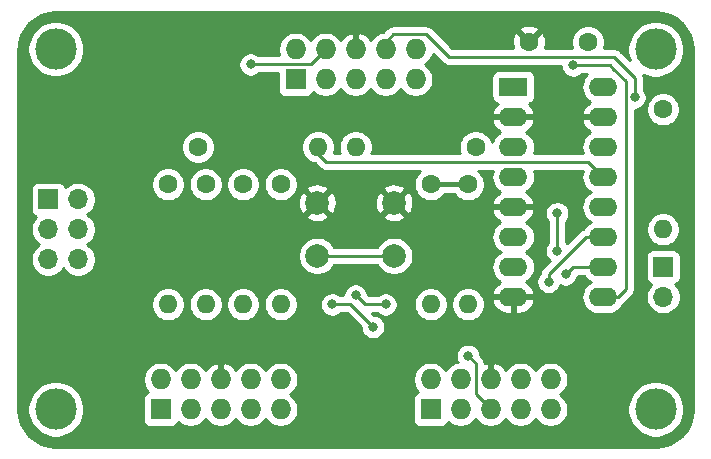
<source format=gbl>
G04 #@! TF.GenerationSoftware,KiCad,Pcbnew,(5.1.8)-1*
G04 #@! TF.CreationDate,2021-02-26T23:44:03+01:00*
G04 #@! TF.ProjectId,Sega Mega Drive,53656761-204d-4656-9761-204472697665,rev?*
G04 #@! TF.SameCoordinates,Original*
G04 #@! TF.FileFunction,Copper,L2,Bot*
G04 #@! TF.FilePolarity,Positive*
%FSLAX46Y46*%
G04 Gerber Fmt 4.6, Leading zero omitted, Abs format (unit mm)*
G04 Created by KiCad (PCBNEW (5.1.8)-1) date 2021-02-26 23:44:03*
%MOMM*%
%LPD*%
G01*
G04 APERTURE LIST*
G04 #@! TA.AperFunction,ComponentPad*
%ADD10R,1.700000X1.700000*%
G04 #@! TD*
G04 #@! TA.AperFunction,ComponentPad*
%ADD11O,1.700000X1.700000*%
G04 #@! TD*
G04 #@! TA.AperFunction,ComponentPad*
%ADD12O,1.727200X1.727200*%
G04 #@! TD*
G04 #@! TA.AperFunction,ComponentPad*
%ADD13R,1.727200X1.727200*%
G04 #@! TD*
G04 #@! TA.AperFunction,ComponentPad*
%ADD14C,1.600000*%
G04 #@! TD*
G04 #@! TA.AperFunction,ComponentPad*
%ADD15C,2.000000*%
G04 #@! TD*
G04 #@! TA.AperFunction,ComponentPad*
%ADD16R,2.400000X1.600000*%
G04 #@! TD*
G04 #@! TA.AperFunction,ComponentPad*
%ADD17O,2.400000X1.600000*%
G04 #@! TD*
G04 #@! TA.AperFunction,ComponentPad*
%ADD18C,3.500000*%
G04 #@! TD*
G04 #@! TA.AperFunction,ComponentPad*
%ADD19O,1.600000X1.600000*%
G04 #@! TD*
G04 #@! TA.AperFunction,ViaPad*
%ADD20C,0.800000*%
G04 #@! TD*
G04 #@! TA.AperFunction,Conductor*
%ADD21C,0.381000*%
G04 #@! TD*
G04 #@! TA.AperFunction,Conductor*
%ADD22C,0.250000*%
G04 #@! TD*
G04 #@! TA.AperFunction,Conductor*
%ADD23C,0.254000*%
G04 #@! TD*
G04 #@! TA.AperFunction,Conductor*
%ADD24C,0.100000*%
G04 #@! TD*
G04 APERTURE END LIST*
D10*
X118110000Y-90170000D03*
D11*
X120650000Y-90170000D03*
X118110000Y-92710000D03*
X120650000Y-92710000D03*
X118110000Y-95250000D03*
X120650000Y-95250000D03*
D12*
X149225000Y-77470000D03*
X146685000Y-77470000D03*
X144145000Y-77470000D03*
X141605000Y-77470000D03*
X139065000Y-77470000D03*
X149225000Y-80010000D03*
X146685000Y-80010000D03*
X144145000Y-80010000D03*
X141605000Y-80010000D03*
D13*
X139065000Y-80010000D03*
D12*
X160655000Y-105410000D03*
X158115000Y-105410000D03*
X155575000Y-105410000D03*
X153035000Y-105410000D03*
X150495000Y-105410000D03*
X160655000Y-107950000D03*
X158115000Y-107950000D03*
X155575000Y-107950000D03*
X153035000Y-107950000D03*
D13*
X150495000Y-107950000D03*
D14*
X163830000Y-76835000D03*
X158830000Y-76835000D03*
D13*
X127635000Y-107950000D03*
D12*
X130175000Y-107950000D03*
X132715000Y-107950000D03*
X135255000Y-107950000D03*
X137795000Y-107950000D03*
X127635000Y-105410000D03*
X130175000Y-105410000D03*
X132715000Y-105410000D03*
X135255000Y-105410000D03*
X137795000Y-105410000D03*
D15*
X140895000Y-94960000D03*
X140895000Y-90460000D03*
X147395000Y-94960000D03*
X147395000Y-90460000D03*
D16*
X157480000Y-80645000D03*
D17*
X165100000Y-98425000D03*
X157480000Y-83185000D03*
X165100000Y-95885000D03*
X157480000Y-85725000D03*
X165100000Y-93345000D03*
X157480000Y-88265000D03*
X165100000Y-90805000D03*
X157480000Y-90805000D03*
X165100000Y-88265000D03*
X157480000Y-93345000D03*
X165100000Y-85725000D03*
X157480000Y-95885000D03*
X165100000Y-83185000D03*
X157480000Y-98425000D03*
X165100000Y-80645000D03*
D18*
X118745000Y-107950000D03*
X169545000Y-107950000D03*
X169545000Y-77470000D03*
X118745000Y-77455001D03*
D10*
X170180000Y-95885000D03*
D11*
X170180000Y-98425000D03*
D19*
X134620000Y-99060000D03*
D14*
X134620000Y-88900000D03*
X150495000Y-88900000D03*
D19*
X150495000Y-99060000D03*
X137795000Y-99060000D03*
D14*
X137795000Y-88900000D03*
X153670000Y-88900000D03*
D19*
X153670000Y-99060000D03*
X144145000Y-85725000D03*
D14*
X154305000Y-85725000D03*
X170180000Y-82550000D03*
D19*
X170180000Y-92710000D03*
X131445000Y-99060000D03*
D14*
X131445000Y-88900000D03*
X130810000Y-85725000D03*
D19*
X140970000Y-85725000D03*
D14*
X128270000Y-88900000D03*
D19*
X128270000Y-99060000D03*
D20*
X161924992Y-96520000D03*
X160474991Y-97155000D03*
X161199991Y-94524991D03*
X161199991Y-91350000D03*
X142150000Y-99060000D03*
X145595001Y-100965000D03*
X153670000Y-103415000D03*
X144145000Y-98298000D03*
X146685000Y-99060000D03*
X167767000Y-81534000D03*
X135255000Y-78740000D03*
X162560000Y-78830000D03*
D21*
X150495000Y-88900000D02*
X153670000Y-88900000D01*
D22*
X165100000Y-95885000D02*
X162559992Y-95885000D01*
X162559992Y-95885000D02*
X161924992Y-96520000D01*
X160474991Y-96520009D02*
X160474991Y-97155000D01*
X163650000Y-93345000D02*
X160474991Y-96520009D01*
X165100000Y-93345000D02*
X163650000Y-93345000D01*
X163830000Y-86995000D02*
X165100000Y-88265000D01*
X141605000Y-86995000D02*
X163830000Y-86995000D01*
X140970000Y-86360000D02*
X141605000Y-86995000D01*
X140970000Y-85725000D02*
X140970000Y-86360000D01*
X161199991Y-91440021D02*
X161290012Y-91350000D01*
X161199991Y-94524991D02*
X161199991Y-91440021D01*
X143690001Y-99060000D02*
X145595001Y-100965000D01*
X142150000Y-99060000D02*
X143690001Y-99060000D01*
X155575000Y-107950000D02*
X154305000Y-106680000D01*
X154305000Y-106680000D02*
X154305000Y-104050000D01*
X154305000Y-104050000D02*
X153670000Y-103415000D01*
X144907000Y-99060000D02*
X146685000Y-99060000D01*
X144145000Y-98298000D02*
X144907000Y-99060000D01*
X146685000Y-76835000D02*
X146685000Y-77470000D01*
X147320000Y-76200000D02*
X146685000Y-76835000D01*
X150114000Y-76200000D02*
X147320000Y-76200000D01*
X152019000Y-78105000D02*
X150114000Y-76200000D01*
X167767000Y-79883000D02*
X165989000Y-78105000D01*
X165989000Y-78105000D02*
X152019000Y-78105000D01*
X167767000Y-81534000D02*
X167767000Y-79883000D01*
X135255000Y-78740000D02*
X140335000Y-78740000D01*
X140335000Y-78740000D02*
X141605000Y-77470000D01*
X166370000Y-98425000D02*
X167005000Y-97790000D01*
X167005000Y-97790000D02*
X167005000Y-80168750D01*
X165100000Y-98425000D02*
X166370000Y-98425000D01*
X162560000Y-78830000D02*
X165666250Y-78830000D01*
X165666250Y-78830000D02*
X165973125Y-79136875D01*
X167005000Y-80168750D02*
X165973125Y-79136875D01*
X147395000Y-94960000D02*
X140895000Y-94960000D01*
D23*
X170156222Y-74383096D02*
X170744164Y-74560606D01*
X171286436Y-74848937D01*
X171762364Y-75237094D01*
X172153845Y-75710314D01*
X172445951Y-76250552D01*
X172627563Y-76837244D01*
X172695001Y-77478888D01*
X172695000Y-107917721D01*
X172631904Y-108561221D01*
X172454394Y-109149164D01*
X172166063Y-109691436D01*
X171777906Y-110167364D01*
X171304686Y-110558845D01*
X170764449Y-110850950D01*
X170177756Y-111032563D01*
X169536130Y-111100000D01*
X118777279Y-111100000D01*
X118133779Y-111036904D01*
X117545836Y-110859394D01*
X117003564Y-110571063D01*
X116527636Y-110182906D01*
X116136155Y-109709686D01*
X115844050Y-109169449D01*
X115662437Y-108582756D01*
X115595000Y-107941130D01*
X115595000Y-107715098D01*
X116360000Y-107715098D01*
X116360000Y-108184902D01*
X116451654Y-108645679D01*
X116631440Y-109079721D01*
X116892450Y-109470349D01*
X117224651Y-109802550D01*
X117615279Y-110063560D01*
X118049321Y-110243346D01*
X118510098Y-110335000D01*
X118979902Y-110335000D01*
X119440679Y-110243346D01*
X119874721Y-110063560D01*
X120265349Y-109802550D01*
X120597550Y-109470349D01*
X120858560Y-109079721D01*
X121038346Y-108645679D01*
X121130000Y-108184902D01*
X121130000Y-107715098D01*
X121038346Y-107254321D01*
X120968791Y-107086400D01*
X126133328Y-107086400D01*
X126133328Y-108813600D01*
X126145588Y-108938082D01*
X126181898Y-109057780D01*
X126240863Y-109168094D01*
X126320215Y-109264785D01*
X126416906Y-109344137D01*
X126527220Y-109403102D01*
X126646918Y-109439412D01*
X126771400Y-109451672D01*
X128498600Y-109451672D01*
X128623082Y-109439412D01*
X128742780Y-109403102D01*
X128853094Y-109344137D01*
X128949785Y-109264785D01*
X129029137Y-109168094D01*
X129088102Y-109057780D01*
X129105636Y-108999977D01*
X129219698Y-109114039D01*
X129465147Y-109278042D01*
X129737875Y-109391010D01*
X130027401Y-109448600D01*
X130322599Y-109448600D01*
X130612125Y-109391010D01*
X130884853Y-109278042D01*
X131130302Y-109114039D01*
X131339039Y-108905302D01*
X131445000Y-108746719D01*
X131550961Y-108905302D01*
X131759698Y-109114039D01*
X132005147Y-109278042D01*
X132277875Y-109391010D01*
X132567401Y-109448600D01*
X132862599Y-109448600D01*
X133152125Y-109391010D01*
X133424853Y-109278042D01*
X133670302Y-109114039D01*
X133879039Y-108905302D01*
X133985000Y-108746719D01*
X134090961Y-108905302D01*
X134299698Y-109114039D01*
X134545147Y-109278042D01*
X134817875Y-109391010D01*
X135107401Y-109448600D01*
X135402599Y-109448600D01*
X135692125Y-109391010D01*
X135964853Y-109278042D01*
X136210302Y-109114039D01*
X136419039Y-108905302D01*
X136525000Y-108746719D01*
X136630961Y-108905302D01*
X136839698Y-109114039D01*
X137085147Y-109278042D01*
X137357875Y-109391010D01*
X137647401Y-109448600D01*
X137942599Y-109448600D01*
X138232125Y-109391010D01*
X138504853Y-109278042D01*
X138750302Y-109114039D01*
X138959039Y-108905302D01*
X139123042Y-108659853D01*
X139236010Y-108387125D01*
X139293600Y-108097599D01*
X139293600Y-107802401D01*
X139236010Y-107512875D01*
X139123042Y-107240147D01*
X139020313Y-107086400D01*
X148993328Y-107086400D01*
X148993328Y-108813600D01*
X149005588Y-108938082D01*
X149041898Y-109057780D01*
X149100863Y-109168094D01*
X149180215Y-109264785D01*
X149276906Y-109344137D01*
X149387220Y-109403102D01*
X149506918Y-109439412D01*
X149631400Y-109451672D01*
X151358600Y-109451672D01*
X151483082Y-109439412D01*
X151602780Y-109403102D01*
X151713094Y-109344137D01*
X151809785Y-109264785D01*
X151889137Y-109168094D01*
X151948102Y-109057780D01*
X151965636Y-108999977D01*
X152079698Y-109114039D01*
X152325147Y-109278042D01*
X152597875Y-109391010D01*
X152887401Y-109448600D01*
X153182599Y-109448600D01*
X153472125Y-109391010D01*
X153744853Y-109278042D01*
X153990302Y-109114039D01*
X154199039Y-108905302D01*
X154305000Y-108746719D01*
X154410961Y-108905302D01*
X154619698Y-109114039D01*
X154865147Y-109278042D01*
X155137875Y-109391010D01*
X155427401Y-109448600D01*
X155722599Y-109448600D01*
X156012125Y-109391010D01*
X156284853Y-109278042D01*
X156530302Y-109114039D01*
X156739039Y-108905302D01*
X156845000Y-108746719D01*
X156950961Y-108905302D01*
X157159698Y-109114039D01*
X157405147Y-109278042D01*
X157677875Y-109391010D01*
X157967401Y-109448600D01*
X158262599Y-109448600D01*
X158552125Y-109391010D01*
X158824853Y-109278042D01*
X159070302Y-109114039D01*
X159279039Y-108905302D01*
X159385000Y-108746719D01*
X159490961Y-108905302D01*
X159699698Y-109114039D01*
X159945147Y-109278042D01*
X160217875Y-109391010D01*
X160507401Y-109448600D01*
X160802599Y-109448600D01*
X161092125Y-109391010D01*
X161364853Y-109278042D01*
X161610302Y-109114039D01*
X161819039Y-108905302D01*
X161983042Y-108659853D01*
X162096010Y-108387125D01*
X162153600Y-108097599D01*
X162153600Y-107802401D01*
X162136235Y-107715098D01*
X167160000Y-107715098D01*
X167160000Y-108184902D01*
X167251654Y-108645679D01*
X167431440Y-109079721D01*
X167692450Y-109470349D01*
X168024651Y-109802550D01*
X168415279Y-110063560D01*
X168849321Y-110243346D01*
X169310098Y-110335000D01*
X169779902Y-110335000D01*
X170240679Y-110243346D01*
X170674721Y-110063560D01*
X171065349Y-109802550D01*
X171397550Y-109470349D01*
X171658560Y-109079721D01*
X171838346Y-108645679D01*
X171930000Y-108184902D01*
X171930000Y-107715098D01*
X171838346Y-107254321D01*
X171658560Y-106820279D01*
X171397550Y-106429651D01*
X171065349Y-106097450D01*
X170674721Y-105836440D01*
X170240679Y-105656654D01*
X169779902Y-105565000D01*
X169310098Y-105565000D01*
X168849321Y-105656654D01*
X168415279Y-105836440D01*
X168024651Y-106097450D01*
X167692450Y-106429651D01*
X167431440Y-106820279D01*
X167251654Y-107254321D01*
X167160000Y-107715098D01*
X162136235Y-107715098D01*
X162096010Y-107512875D01*
X161983042Y-107240147D01*
X161819039Y-106994698D01*
X161610302Y-106785961D01*
X161451719Y-106680000D01*
X161610302Y-106574039D01*
X161819039Y-106365302D01*
X161983042Y-106119853D01*
X162096010Y-105847125D01*
X162153600Y-105557599D01*
X162153600Y-105262401D01*
X162096010Y-104972875D01*
X161983042Y-104700147D01*
X161819039Y-104454698D01*
X161610302Y-104245961D01*
X161364853Y-104081958D01*
X161092125Y-103968990D01*
X160802599Y-103911400D01*
X160507401Y-103911400D01*
X160217875Y-103968990D01*
X159945147Y-104081958D01*
X159699698Y-104245961D01*
X159490961Y-104454698D01*
X159385000Y-104613281D01*
X159279039Y-104454698D01*
X159070302Y-104245961D01*
X158824853Y-104081958D01*
X158552125Y-103968990D01*
X158262599Y-103911400D01*
X157967401Y-103911400D01*
X157677875Y-103968990D01*
X157405147Y-104081958D01*
X157159698Y-104245961D01*
X156950961Y-104454698D01*
X156840441Y-104620103D01*
X156781817Y-104521512D01*
X156585293Y-104303146D01*
X156349944Y-104127316D01*
X156084814Y-104000778D01*
X155934026Y-103955042D01*
X155702000Y-104076183D01*
X155702000Y-105283000D01*
X155722000Y-105283000D01*
X155722000Y-105537000D01*
X155702000Y-105537000D01*
X155702000Y-105557000D01*
X155448000Y-105557000D01*
X155448000Y-105537000D01*
X155428000Y-105537000D01*
X155428000Y-105283000D01*
X155448000Y-105283000D01*
X155448000Y-104076183D01*
X155215974Y-103955042D01*
X155065186Y-104000778D01*
X155063890Y-104001397D01*
X155054003Y-103901014D01*
X155010546Y-103757753D01*
X154939974Y-103625724D01*
X154868799Y-103538997D01*
X154845001Y-103509999D01*
X154816002Y-103486200D01*
X154705000Y-103375198D01*
X154705000Y-103313061D01*
X154665226Y-103113102D01*
X154587205Y-102924744D01*
X154473937Y-102755226D01*
X154329774Y-102611063D01*
X154160256Y-102497795D01*
X153971898Y-102419774D01*
X153771939Y-102380000D01*
X153568061Y-102380000D01*
X153368102Y-102419774D01*
X153179744Y-102497795D01*
X153010226Y-102611063D01*
X152866063Y-102755226D01*
X152752795Y-102924744D01*
X152674774Y-103113102D01*
X152635000Y-103313061D01*
X152635000Y-103516939D01*
X152674774Y-103716898D01*
X152752795Y-103905256D01*
X152772210Y-103934313D01*
X152597875Y-103968990D01*
X152325147Y-104081958D01*
X152079698Y-104245961D01*
X151870961Y-104454698D01*
X151765000Y-104613281D01*
X151659039Y-104454698D01*
X151450302Y-104245961D01*
X151204853Y-104081958D01*
X150932125Y-103968990D01*
X150642599Y-103911400D01*
X150347401Y-103911400D01*
X150057875Y-103968990D01*
X149785147Y-104081958D01*
X149539698Y-104245961D01*
X149330961Y-104454698D01*
X149166958Y-104700147D01*
X149053990Y-104972875D01*
X148996400Y-105262401D01*
X148996400Y-105557599D01*
X149053990Y-105847125D01*
X149166958Y-106119853D01*
X149330961Y-106365302D01*
X149445023Y-106479364D01*
X149387220Y-106496898D01*
X149276906Y-106555863D01*
X149180215Y-106635215D01*
X149100863Y-106731906D01*
X149041898Y-106842220D01*
X149005588Y-106961918D01*
X148993328Y-107086400D01*
X139020313Y-107086400D01*
X138959039Y-106994698D01*
X138750302Y-106785961D01*
X138591719Y-106680000D01*
X138750302Y-106574039D01*
X138959039Y-106365302D01*
X139123042Y-106119853D01*
X139236010Y-105847125D01*
X139293600Y-105557599D01*
X139293600Y-105262401D01*
X139236010Y-104972875D01*
X139123042Y-104700147D01*
X138959039Y-104454698D01*
X138750302Y-104245961D01*
X138504853Y-104081958D01*
X138232125Y-103968990D01*
X137942599Y-103911400D01*
X137647401Y-103911400D01*
X137357875Y-103968990D01*
X137085147Y-104081958D01*
X136839698Y-104245961D01*
X136630961Y-104454698D01*
X136525000Y-104613281D01*
X136419039Y-104454698D01*
X136210302Y-104245961D01*
X135964853Y-104081958D01*
X135692125Y-103968990D01*
X135402599Y-103911400D01*
X135107401Y-103911400D01*
X134817875Y-103968990D01*
X134545147Y-104081958D01*
X134299698Y-104245961D01*
X134090961Y-104454698D01*
X133980441Y-104620103D01*
X133921817Y-104521512D01*
X133725293Y-104303146D01*
X133489944Y-104127316D01*
X133224814Y-104000778D01*
X133074026Y-103955042D01*
X132842000Y-104076183D01*
X132842000Y-105283000D01*
X132862000Y-105283000D01*
X132862000Y-105537000D01*
X132842000Y-105537000D01*
X132842000Y-105557000D01*
X132588000Y-105557000D01*
X132588000Y-105537000D01*
X132568000Y-105537000D01*
X132568000Y-105283000D01*
X132588000Y-105283000D01*
X132588000Y-104076183D01*
X132355974Y-103955042D01*
X132205186Y-104000778D01*
X131940056Y-104127316D01*
X131704707Y-104303146D01*
X131508183Y-104521512D01*
X131449559Y-104620103D01*
X131339039Y-104454698D01*
X131130302Y-104245961D01*
X130884853Y-104081958D01*
X130612125Y-103968990D01*
X130322599Y-103911400D01*
X130027401Y-103911400D01*
X129737875Y-103968990D01*
X129465147Y-104081958D01*
X129219698Y-104245961D01*
X129010961Y-104454698D01*
X128905000Y-104613281D01*
X128799039Y-104454698D01*
X128590302Y-104245961D01*
X128344853Y-104081958D01*
X128072125Y-103968990D01*
X127782599Y-103911400D01*
X127487401Y-103911400D01*
X127197875Y-103968990D01*
X126925147Y-104081958D01*
X126679698Y-104245961D01*
X126470961Y-104454698D01*
X126306958Y-104700147D01*
X126193990Y-104972875D01*
X126136400Y-105262401D01*
X126136400Y-105557599D01*
X126193990Y-105847125D01*
X126306958Y-106119853D01*
X126470961Y-106365302D01*
X126585023Y-106479364D01*
X126527220Y-106496898D01*
X126416906Y-106555863D01*
X126320215Y-106635215D01*
X126240863Y-106731906D01*
X126181898Y-106842220D01*
X126145588Y-106961918D01*
X126133328Y-107086400D01*
X120968791Y-107086400D01*
X120858560Y-106820279D01*
X120597550Y-106429651D01*
X120265349Y-106097450D01*
X119874721Y-105836440D01*
X119440679Y-105656654D01*
X118979902Y-105565000D01*
X118510098Y-105565000D01*
X118049321Y-105656654D01*
X117615279Y-105836440D01*
X117224651Y-106097450D01*
X116892450Y-106429651D01*
X116631440Y-106820279D01*
X116451654Y-107254321D01*
X116360000Y-107715098D01*
X115595000Y-107715098D01*
X115595000Y-98918665D01*
X126835000Y-98918665D01*
X126835000Y-99201335D01*
X126890147Y-99478574D01*
X126998320Y-99739727D01*
X127155363Y-99974759D01*
X127355241Y-100174637D01*
X127590273Y-100331680D01*
X127851426Y-100439853D01*
X128128665Y-100495000D01*
X128411335Y-100495000D01*
X128688574Y-100439853D01*
X128949727Y-100331680D01*
X129184759Y-100174637D01*
X129384637Y-99974759D01*
X129541680Y-99739727D01*
X129649853Y-99478574D01*
X129705000Y-99201335D01*
X129705000Y-98918665D01*
X130010000Y-98918665D01*
X130010000Y-99201335D01*
X130065147Y-99478574D01*
X130173320Y-99739727D01*
X130330363Y-99974759D01*
X130530241Y-100174637D01*
X130765273Y-100331680D01*
X131026426Y-100439853D01*
X131303665Y-100495000D01*
X131586335Y-100495000D01*
X131863574Y-100439853D01*
X132124727Y-100331680D01*
X132359759Y-100174637D01*
X132559637Y-99974759D01*
X132716680Y-99739727D01*
X132824853Y-99478574D01*
X132880000Y-99201335D01*
X132880000Y-98918665D01*
X133185000Y-98918665D01*
X133185000Y-99201335D01*
X133240147Y-99478574D01*
X133348320Y-99739727D01*
X133505363Y-99974759D01*
X133705241Y-100174637D01*
X133940273Y-100331680D01*
X134201426Y-100439853D01*
X134478665Y-100495000D01*
X134761335Y-100495000D01*
X135038574Y-100439853D01*
X135299727Y-100331680D01*
X135534759Y-100174637D01*
X135734637Y-99974759D01*
X135891680Y-99739727D01*
X135999853Y-99478574D01*
X136055000Y-99201335D01*
X136055000Y-98918665D01*
X136360000Y-98918665D01*
X136360000Y-99201335D01*
X136415147Y-99478574D01*
X136523320Y-99739727D01*
X136680363Y-99974759D01*
X136880241Y-100174637D01*
X137115273Y-100331680D01*
X137376426Y-100439853D01*
X137653665Y-100495000D01*
X137936335Y-100495000D01*
X138213574Y-100439853D01*
X138474727Y-100331680D01*
X138709759Y-100174637D01*
X138909637Y-99974759D01*
X139066680Y-99739727D01*
X139174853Y-99478574D01*
X139230000Y-99201335D01*
X139230000Y-98958061D01*
X141115000Y-98958061D01*
X141115000Y-99161939D01*
X141154774Y-99361898D01*
X141232795Y-99550256D01*
X141346063Y-99719774D01*
X141490226Y-99863937D01*
X141659744Y-99977205D01*
X141848102Y-100055226D01*
X142048061Y-100095000D01*
X142251939Y-100095000D01*
X142451898Y-100055226D01*
X142640256Y-99977205D01*
X142809774Y-99863937D01*
X142853711Y-99820000D01*
X143375200Y-99820000D01*
X144560001Y-101004802D01*
X144560001Y-101066939D01*
X144599775Y-101266898D01*
X144677796Y-101455256D01*
X144791064Y-101624774D01*
X144935227Y-101768937D01*
X145104745Y-101882205D01*
X145293103Y-101960226D01*
X145493062Y-102000000D01*
X145696940Y-102000000D01*
X145896899Y-101960226D01*
X146085257Y-101882205D01*
X146254775Y-101768937D01*
X146398938Y-101624774D01*
X146512206Y-101455256D01*
X146590227Y-101266898D01*
X146630001Y-101066939D01*
X146630001Y-100863061D01*
X146590227Y-100663102D01*
X146512206Y-100474744D01*
X146398938Y-100305226D01*
X146254775Y-100161063D01*
X146085257Y-100047795D01*
X145896899Y-99969774D01*
X145696940Y-99930000D01*
X145634803Y-99930000D01*
X145524803Y-99820000D01*
X145981289Y-99820000D01*
X146025226Y-99863937D01*
X146194744Y-99977205D01*
X146383102Y-100055226D01*
X146583061Y-100095000D01*
X146786939Y-100095000D01*
X146986898Y-100055226D01*
X147175256Y-99977205D01*
X147344774Y-99863937D01*
X147488937Y-99719774D01*
X147602205Y-99550256D01*
X147680226Y-99361898D01*
X147720000Y-99161939D01*
X147720000Y-98958061D01*
X147712164Y-98918665D01*
X149060000Y-98918665D01*
X149060000Y-99201335D01*
X149115147Y-99478574D01*
X149223320Y-99739727D01*
X149380363Y-99974759D01*
X149580241Y-100174637D01*
X149815273Y-100331680D01*
X150076426Y-100439853D01*
X150353665Y-100495000D01*
X150636335Y-100495000D01*
X150913574Y-100439853D01*
X151174727Y-100331680D01*
X151409759Y-100174637D01*
X151609637Y-99974759D01*
X151766680Y-99739727D01*
X151874853Y-99478574D01*
X151930000Y-99201335D01*
X151930000Y-98918665D01*
X152235000Y-98918665D01*
X152235000Y-99201335D01*
X152290147Y-99478574D01*
X152398320Y-99739727D01*
X152555363Y-99974759D01*
X152755241Y-100174637D01*
X152990273Y-100331680D01*
X153251426Y-100439853D01*
X153528665Y-100495000D01*
X153811335Y-100495000D01*
X154088574Y-100439853D01*
X154349727Y-100331680D01*
X154584759Y-100174637D01*
X154784637Y-99974759D01*
X154941680Y-99739727D01*
X155049853Y-99478574D01*
X155105000Y-99201335D01*
X155105000Y-98918665D01*
X155076232Y-98774039D01*
X155688096Y-98774039D01*
X155705633Y-98856818D01*
X155816285Y-99116646D01*
X155975500Y-99349895D01*
X156177161Y-99547601D01*
X156413517Y-99702166D01*
X156675486Y-99807650D01*
X156953000Y-99860000D01*
X157353000Y-99860000D01*
X157353000Y-98552000D01*
X157607000Y-98552000D01*
X157607000Y-99860000D01*
X158007000Y-99860000D01*
X158284514Y-99807650D01*
X158546483Y-99702166D01*
X158782839Y-99547601D01*
X158984500Y-99349895D01*
X159143715Y-99116646D01*
X159254367Y-98856818D01*
X159271904Y-98774039D01*
X159149915Y-98552000D01*
X157607000Y-98552000D01*
X157353000Y-98552000D01*
X155810085Y-98552000D01*
X155688096Y-98774039D01*
X155076232Y-98774039D01*
X155049853Y-98641426D01*
X154941680Y-98380273D01*
X154784637Y-98145241D01*
X154584759Y-97945363D01*
X154349727Y-97788320D01*
X154088574Y-97680147D01*
X153811335Y-97625000D01*
X153528665Y-97625000D01*
X153251426Y-97680147D01*
X152990273Y-97788320D01*
X152755241Y-97945363D01*
X152555363Y-98145241D01*
X152398320Y-98380273D01*
X152290147Y-98641426D01*
X152235000Y-98918665D01*
X151930000Y-98918665D01*
X151874853Y-98641426D01*
X151766680Y-98380273D01*
X151609637Y-98145241D01*
X151409759Y-97945363D01*
X151174727Y-97788320D01*
X150913574Y-97680147D01*
X150636335Y-97625000D01*
X150353665Y-97625000D01*
X150076426Y-97680147D01*
X149815273Y-97788320D01*
X149580241Y-97945363D01*
X149380363Y-98145241D01*
X149223320Y-98380273D01*
X149115147Y-98641426D01*
X149060000Y-98918665D01*
X147712164Y-98918665D01*
X147680226Y-98758102D01*
X147602205Y-98569744D01*
X147488937Y-98400226D01*
X147344774Y-98256063D01*
X147175256Y-98142795D01*
X146986898Y-98064774D01*
X146786939Y-98025000D01*
X146583061Y-98025000D01*
X146383102Y-98064774D01*
X146194744Y-98142795D01*
X146025226Y-98256063D01*
X145981289Y-98300000D01*
X145221802Y-98300000D01*
X145180000Y-98258198D01*
X145180000Y-98196061D01*
X145140226Y-97996102D01*
X145062205Y-97807744D01*
X144948937Y-97638226D01*
X144804774Y-97494063D01*
X144635256Y-97380795D01*
X144446898Y-97302774D01*
X144246939Y-97263000D01*
X144043061Y-97263000D01*
X143843102Y-97302774D01*
X143654744Y-97380795D01*
X143485226Y-97494063D01*
X143341063Y-97638226D01*
X143227795Y-97807744D01*
X143149774Y-97996102D01*
X143110000Y-98196061D01*
X143110000Y-98300000D01*
X142853711Y-98300000D01*
X142809774Y-98256063D01*
X142640256Y-98142795D01*
X142451898Y-98064774D01*
X142251939Y-98025000D01*
X142048061Y-98025000D01*
X141848102Y-98064774D01*
X141659744Y-98142795D01*
X141490226Y-98256063D01*
X141346063Y-98400226D01*
X141232795Y-98569744D01*
X141154774Y-98758102D01*
X141115000Y-98958061D01*
X139230000Y-98958061D01*
X139230000Y-98918665D01*
X139174853Y-98641426D01*
X139066680Y-98380273D01*
X138909637Y-98145241D01*
X138709759Y-97945363D01*
X138474727Y-97788320D01*
X138213574Y-97680147D01*
X137936335Y-97625000D01*
X137653665Y-97625000D01*
X137376426Y-97680147D01*
X137115273Y-97788320D01*
X136880241Y-97945363D01*
X136680363Y-98145241D01*
X136523320Y-98380273D01*
X136415147Y-98641426D01*
X136360000Y-98918665D01*
X136055000Y-98918665D01*
X135999853Y-98641426D01*
X135891680Y-98380273D01*
X135734637Y-98145241D01*
X135534759Y-97945363D01*
X135299727Y-97788320D01*
X135038574Y-97680147D01*
X134761335Y-97625000D01*
X134478665Y-97625000D01*
X134201426Y-97680147D01*
X133940273Y-97788320D01*
X133705241Y-97945363D01*
X133505363Y-98145241D01*
X133348320Y-98380273D01*
X133240147Y-98641426D01*
X133185000Y-98918665D01*
X132880000Y-98918665D01*
X132824853Y-98641426D01*
X132716680Y-98380273D01*
X132559637Y-98145241D01*
X132359759Y-97945363D01*
X132124727Y-97788320D01*
X131863574Y-97680147D01*
X131586335Y-97625000D01*
X131303665Y-97625000D01*
X131026426Y-97680147D01*
X130765273Y-97788320D01*
X130530241Y-97945363D01*
X130330363Y-98145241D01*
X130173320Y-98380273D01*
X130065147Y-98641426D01*
X130010000Y-98918665D01*
X129705000Y-98918665D01*
X129649853Y-98641426D01*
X129541680Y-98380273D01*
X129384637Y-98145241D01*
X129184759Y-97945363D01*
X128949727Y-97788320D01*
X128688574Y-97680147D01*
X128411335Y-97625000D01*
X128128665Y-97625000D01*
X127851426Y-97680147D01*
X127590273Y-97788320D01*
X127355241Y-97945363D01*
X127155363Y-98145241D01*
X126998320Y-98380273D01*
X126890147Y-98641426D01*
X126835000Y-98918665D01*
X115595000Y-98918665D01*
X115595000Y-89320000D01*
X116621928Y-89320000D01*
X116621928Y-91020000D01*
X116634188Y-91144482D01*
X116670498Y-91264180D01*
X116729463Y-91374494D01*
X116808815Y-91471185D01*
X116905506Y-91550537D01*
X117015820Y-91609502D01*
X117088380Y-91631513D01*
X116956525Y-91763368D01*
X116794010Y-92006589D01*
X116682068Y-92276842D01*
X116625000Y-92563740D01*
X116625000Y-92856260D01*
X116682068Y-93143158D01*
X116794010Y-93413411D01*
X116956525Y-93656632D01*
X117163368Y-93863475D01*
X117337760Y-93980000D01*
X117163368Y-94096525D01*
X116956525Y-94303368D01*
X116794010Y-94546589D01*
X116682068Y-94816842D01*
X116625000Y-95103740D01*
X116625000Y-95396260D01*
X116682068Y-95683158D01*
X116794010Y-95953411D01*
X116956525Y-96196632D01*
X117163368Y-96403475D01*
X117406589Y-96565990D01*
X117676842Y-96677932D01*
X117963740Y-96735000D01*
X118256260Y-96735000D01*
X118543158Y-96677932D01*
X118813411Y-96565990D01*
X119056632Y-96403475D01*
X119263475Y-96196632D01*
X119380000Y-96022240D01*
X119496525Y-96196632D01*
X119703368Y-96403475D01*
X119946589Y-96565990D01*
X120216842Y-96677932D01*
X120503740Y-96735000D01*
X120796260Y-96735000D01*
X121083158Y-96677932D01*
X121353411Y-96565990D01*
X121596632Y-96403475D01*
X121803475Y-96196632D01*
X121965990Y-95953411D01*
X122077932Y-95683158D01*
X122135000Y-95396260D01*
X122135000Y-95103740D01*
X122077932Y-94816842D01*
X122070528Y-94798967D01*
X139260000Y-94798967D01*
X139260000Y-95121033D01*
X139322832Y-95436912D01*
X139446082Y-95734463D01*
X139625013Y-96002252D01*
X139852748Y-96229987D01*
X140120537Y-96408918D01*
X140418088Y-96532168D01*
X140733967Y-96595000D01*
X141056033Y-96595000D01*
X141371912Y-96532168D01*
X141669463Y-96408918D01*
X141937252Y-96229987D01*
X142164987Y-96002252D01*
X142343918Y-95734463D01*
X142349909Y-95720000D01*
X145940091Y-95720000D01*
X145946082Y-95734463D01*
X146125013Y-96002252D01*
X146352748Y-96229987D01*
X146620537Y-96408918D01*
X146918088Y-96532168D01*
X147233967Y-96595000D01*
X147556033Y-96595000D01*
X147871912Y-96532168D01*
X148169463Y-96408918D01*
X148437252Y-96229987D01*
X148664987Y-96002252D01*
X148843918Y-95734463D01*
X148967168Y-95436912D01*
X149030000Y-95121033D01*
X149030000Y-94798967D01*
X148967168Y-94483088D01*
X148843918Y-94185537D01*
X148664987Y-93917748D01*
X148437252Y-93690013D01*
X148169463Y-93511082D01*
X147871912Y-93387832D01*
X147656581Y-93345000D01*
X155638057Y-93345000D01*
X155665764Y-93626309D01*
X155747818Y-93896808D01*
X155881068Y-94146101D01*
X156060392Y-94364608D01*
X156278899Y-94543932D01*
X156411858Y-94615000D01*
X156278899Y-94686068D01*
X156060392Y-94865392D01*
X155881068Y-95083899D01*
X155747818Y-95333192D01*
X155665764Y-95603691D01*
X155638057Y-95885000D01*
X155665764Y-96166309D01*
X155747818Y-96436808D01*
X155881068Y-96686101D01*
X156060392Y-96904608D01*
X156278899Y-97083932D01*
X156406741Y-97152265D01*
X156177161Y-97302399D01*
X155975500Y-97500105D01*
X155816285Y-97733354D01*
X155705633Y-97993182D01*
X155688096Y-98075961D01*
X155810085Y-98298000D01*
X157353000Y-98298000D01*
X157353000Y-98278000D01*
X157607000Y-98278000D01*
X157607000Y-98298000D01*
X159149915Y-98298000D01*
X159271904Y-98075961D01*
X159254367Y-97993182D01*
X159143715Y-97733354D01*
X158984500Y-97500105D01*
X158782839Y-97302399D01*
X158553259Y-97152265D01*
X158681101Y-97083932D01*
X158899608Y-96904608D01*
X159078932Y-96686101D01*
X159212182Y-96436808D01*
X159294236Y-96166309D01*
X159321943Y-95885000D01*
X159294236Y-95603691D01*
X159212182Y-95333192D01*
X159078932Y-95083899D01*
X158899608Y-94865392D01*
X158681101Y-94686068D01*
X158548142Y-94615000D01*
X158681101Y-94543932D01*
X158899608Y-94364608D01*
X159078932Y-94146101D01*
X159212182Y-93896808D01*
X159294236Y-93626309D01*
X159321943Y-93345000D01*
X159294236Y-93063691D01*
X159212182Y-92793192D01*
X159078932Y-92543899D01*
X158899608Y-92325392D01*
X158681101Y-92146068D01*
X158553259Y-92077735D01*
X158782839Y-91927601D01*
X158984500Y-91729895D01*
X159143715Y-91496646D01*
X159254367Y-91236818D01*
X159271904Y-91154039D01*
X159149915Y-90932000D01*
X157607000Y-90932000D01*
X157607000Y-90952000D01*
X157353000Y-90952000D01*
X157353000Y-90932000D01*
X155810085Y-90932000D01*
X155688096Y-91154039D01*
X155705633Y-91236818D01*
X155816285Y-91496646D01*
X155975500Y-91729895D01*
X156177161Y-91927601D01*
X156406741Y-92077735D01*
X156278899Y-92146068D01*
X156060392Y-92325392D01*
X155881068Y-92543899D01*
X155747818Y-92793192D01*
X155665764Y-93063691D01*
X155638057Y-93345000D01*
X147656581Y-93345000D01*
X147556033Y-93325000D01*
X147233967Y-93325000D01*
X146918088Y-93387832D01*
X146620537Y-93511082D01*
X146352748Y-93690013D01*
X146125013Y-93917748D01*
X145946082Y-94185537D01*
X145940091Y-94200000D01*
X142349909Y-94200000D01*
X142343918Y-94185537D01*
X142164987Y-93917748D01*
X141937252Y-93690013D01*
X141669463Y-93511082D01*
X141371912Y-93387832D01*
X141056033Y-93325000D01*
X140733967Y-93325000D01*
X140418088Y-93387832D01*
X140120537Y-93511082D01*
X139852748Y-93690013D01*
X139625013Y-93917748D01*
X139446082Y-94185537D01*
X139322832Y-94483088D01*
X139260000Y-94798967D01*
X122070528Y-94798967D01*
X121965990Y-94546589D01*
X121803475Y-94303368D01*
X121596632Y-94096525D01*
X121422240Y-93980000D01*
X121596632Y-93863475D01*
X121803475Y-93656632D01*
X121965990Y-93413411D01*
X122077932Y-93143158D01*
X122135000Y-92856260D01*
X122135000Y-92563740D01*
X122077932Y-92276842D01*
X121965990Y-92006589D01*
X121803475Y-91763368D01*
X121635520Y-91595413D01*
X139939192Y-91595413D01*
X140034956Y-91859814D01*
X140324571Y-92000704D01*
X140636108Y-92082384D01*
X140957595Y-92101718D01*
X141276675Y-92057961D01*
X141581088Y-91952795D01*
X141755044Y-91859814D01*
X141850808Y-91595413D01*
X146439192Y-91595413D01*
X146534956Y-91859814D01*
X146824571Y-92000704D01*
X147136108Y-92082384D01*
X147457595Y-92101718D01*
X147776675Y-92057961D01*
X148081088Y-91952795D01*
X148255044Y-91859814D01*
X148350808Y-91595413D01*
X147395000Y-90639605D01*
X146439192Y-91595413D01*
X141850808Y-91595413D01*
X140895000Y-90639605D01*
X139939192Y-91595413D01*
X121635520Y-91595413D01*
X121596632Y-91556525D01*
X121422240Y-91440000D01*
X121596632Y-91323475D01*
X121803475Y-91116632D01*
X121965990Y-90873411D01*
X122077932Y-90603158D01*
X122093957Y-90522595D01*
X139253282Y-90522595D01*
X139297039Y-90841675D01*
X139402205Y-91146088D01*
X139495186Y-91320044D01*
X139759587Y-91415808D01*
X140715395Y-90460000D01*
X141074605Y-90460000D01*
X142030413Y-91415808D01*
X142294814Y-91320044D01*
X142435704Y-91030429D01*
X142517384Y-90718892D01*
X142529189Y-90522595D01*
X145753282Y-90522595D01*
X145797039Y-90841675D01*
X145902205Y-91146088D01*
X145995186Y-91320044D01*
X146259587Y-91415808D01*
X147215395Y-90460000D01*
X147574605Y-90460000D01*
X148530413Y-91415808D01*
X148794814Y-91320044D01*
X148935704Y-91030429D01*
X149017384Y-90718892D01*
X149036718Y-90397405D01*
X148992961Y-90078325D01*
X148887795Y-89773912D01*
X148794814Y-89599956D01*
X148530413Y-89504192D01*
X147574605Y-90460000D01*
X147215395Y-90460000D01*
X146259587Y-89504192D01*
X145995186Y-89599956D01*
X145854296Y-89889571D01*
X145772616Y-90201108D01*
X145753282Y-90522595D01*
X142529189Y-90522595D01*
X142536718Y-90397405D01*
X142492961Y-90078325D01*
X142387795Y-89773912D01*
X142294814Y-89599956D01*
X142030413Y-89504192D01*
X141074605Y-90460000D01*
X140715395Y-90460000D01*
X139759587Y-89504192D01*
X139495186Y-89599956D01*
X139354296Y-89889571D01*
X139272616Y-90201108D01*
X139253282Y-90522595D01*
X122093957Y-90522595D01*
X122135000Y-90316260D01*
X122135000Y-90023740D01*
X122077932Y-89736842D01*
X121965990Y-89466589D01*
X121803475Y-89223368D01*
X121596632Y-89016525D01*
X121353411Y-88854010D01*
X121123227Y-88758665D01*
X126835000Y-88758665D01*
X126835000Y-89041335D01*
X126890147Y-89318574D01*
X126998320Y-89579727D01*
X127155363Y-89814759D01*
X127355241Y-90014637D01*
X127590273Y-90171680D01*
X127851426Y-90279853D01*
X128128665Y-90335000D01*
X128411335Y-90335000D01*
X128688574Y-90279853D01*
X128949727Y-90171680D01*
X129184759Y-90014637D01*
X129384637Y-89814759D01*
X129541680Y-89579727D01*
X129649853Y-89318574D01*
X129705000Y-89041335D01*
X129705000Y-88758665D01*
X130010000Y-88758665D01*
X130010000Y-89041335D01*
X130065147Y-89318574D01*
X130173320Y-89579727D01*
X130330363Y-89814759D01*
X130530241Y-90014637D01*
X130765273Y-90171680D01*
X131026426Y-90279853D01*
X131303665Y-90335000D01*
X131586335Y-90335000D01*
X131863574Y-90279853D01*
X132124727Y-90171680D01*
X132359759Y-90014637D01*
X132559637Y-89814759D01*
X132716680Y-89579727D01*
X132824853Y-89318574D01*
X132880000Y-89041335D01*
X132880000Y-88758665D01*
X133185000Y-88758665D01*
X133185000Y-89041335D01*
X133240147Y-89318574D01*
X133348320Y-89579727D01*
X133505363Y-89814759D01*
X133705241Y-90014637D01*
X133940273Y-90171680D01*
X134201426Y-90279853D01*
X134478665Y-90335000D01*
X134761335Y-90335000D01*
X135038574Y-90279853D01*
X135299727Y-90171680D01*
X135534759Y-90014637D01*
X135734637Y-89814759D01*
X135891680Y-89579727D01*
X135999853Y-89318574D01*
X136055000Y-89041335D01*
X136055000Y-88758665D01*
X136360000Y-88758665D01*
X136360000Y-89041335D01*
X136415147Y-89318574D01*
X136523320Y-89579727D01*
X136680363Y-89814759D01*
X136880241Y-90014637D01*
X137115273Y-90171680D01*
X137376426Y-90279853D01*
X137653665Y-90335000D01*
X137936335Y-90335000D01*
X138213574Y-90279853D01*
X138474727Y-90171680D01*
X138709759Y-90014637D01*
X138909637Y-89814759D01*
X139066680Y-89579727D01*
X139172362Y-89324587D01*
X139939192Y-89324587D01*
X140895000Y-90280395D01*
X141850808Y-89324587D01*
X146439192Y-89324587D01*
X147395000Y-90280395D01*
X148350808Y-89324587D01*
X148255044Y-89060186D01*
X147965429Y-88919296D01*
X147653892Y-88837616D01*
X147332405Y-88818282D01*
X147013325Y-88862039D01*
X146708912Y-88967205D01*
X146534956Y-89060186D01*
X146439192Y-89324587D01*
X141850808Y-89324587D01*
X141755044Y-89060186D01*
X141465429Y-88919296D01*
X141153892Y-88837616D01*
X140832405Y-88818282D01*
X140513325Y-88862039D01*
X140208912Y-88967205D01*
X140034956Y-89060186D01*
X139939192Y-89324587D01*
X139172362Y-89324587D01*
X139174853Y-89318574D01*
X139230000Y-89041335D01*
X139230000Y-88758665D01*
X139174853Y-88481426D01*
X139066680Y-88220273D01*
X138909637Y-87985241D01*
X138709759Y-87785363D01*
X138474727Y-87628320D01*
X138213574Y-87520147D01*
X137936335Y-87465000D01*
X137653665Y-87465000D01*
X137376426Y-87520147D01*
X137115273Y-87628320D01*
X136880241Y-87785363D01*
X136680363Y-87985241D01*
X136523320Y-88220273D01*
X136415147Y-88481426D01*
X136360000Y-88758665D01*
X136055000Y-88758665D01*
X135999853Y-88481426D01*
X135891680Y-88220273D01*
X135734637Y-87985241D01*
X135534759Y-87785363D01*
X135299727Y-87628320D01*
X135038574Y-87520147D01*
X134761335Y-87465000D01*
X134478665Y-87465000D01*
X134201426Y-87520147D01*
X133940273Y-87628320D01*
X133705241Y-87785363D01*
X133505363Y-87985241D01*
X133348320Y-88220273D01*
X133240147Y-88481426D01*
X133185000Y-88758665D01*
X132880000Y-88758665D01*
X132824853Y-88481426D01*
X132716680Y-88220273D01*
X132559637Y-87985241D01*
X132359759Y-87785363D01*
X132124727Y-87628320D01*
X131863574Y-87520147D01*
X131586335Y-87465000D01*
X131303665Y-87465000D01*
X131026426Y-87520147D01*
X130765273Y-87628320D01*
X130530241Y-87785363D01*
X130330363Y-87985241D01*
X130173320Y-88220273D01*
X130065147Y-88481426D01*
X130010000Y-88758665D01*
X129705000Y-88758665D01*
X129649853Y-88481426D01*
X129541680Y-88220273D01*
X129384637Y-87985241D01*
X129184759Y-87785363D01*
X128949727Y-87628320D01*
X128688574Y-87520147D01*
X128411335Y-87465000D01*
X128128665Y-87465000D01*
X127851426Y-87520147D01*
X127590273Y-87628320D01*
X127355241Y-87785363D01*
X127155363Y-87985241D01*
X126998320Y-88220273D01*
X126890147Y-88481426D01*
X126835000Y-88758665D01*
X121123227Y-88758665D01*
X121083158Y-88742068D01*
X120796260Y-88685000D01*
X120503740Y-88685000D01*
X120216842Y-88742068D01*
X119946589Y-88854010D01*
X119703368Y-89016525D01*
X119571513Y-89148380D01*
X119549502Y-89075820D01*
X119490537Y-88965506D01*
X119411185Y-88868815D01*
X119314494Y-88789463D01*
X119204180Y-88730498D01*
X119084482Y-88694188D01*
X118960000Y-88681928D01*
X117260000Y-88681928D01*
X117135518Y-88694188D01*
X117015820Y-88730498D01*
X116905506Y-88789463D01*
X116808815Y-88868815D01*
X116729463Y-88965506D01*
X116670498Y-89075820D01*
X116634188Y-89195518D01*
X116621928Y-89320000D01*
X115595000Y-89320000D01*
X115595000Y-85583665D01*
X129375000Y-85583665D01*
X129375000Y-85866335D01*
X129430147Y-86143574D01*
X129538320Y-86404727D01*
X129695363Y-86639759D01*
X129895241Y-86839637D01*
X130130273Y-86996680D01*
X130391426Y-87104853D01*
X130668665Y-87160000D01*
X130951335Y-87160000D01*
X131228574Y-87104853D01*
X131489727Y-86996680D01*
X131724759Y-86839637D01*
X131924637Y-86639759D01*
X132081680Y-86404727D01*
X132189853Y-86143574D01*
X132245000Y-85866335D01*
X132245000Y-85583665D01*
X132189853Y-85306426D01*
X132081680Y-85045273D01*
X131924637Y-84810241D01*
X131724759Y-84610363D01*
X131489727Y-84453320D01*
X131228574Y-84345147D01*
X130951335Y-84290000D01*
X130668665Y-84290000D01*
X130391426Y-84345147D01*
X130130273Y-84453320D01*
X129895241Y-84610363D01*
X129695363Y-84810241D01*
X129538320Y-85045273D01*
X129430147Y-85306426D01*
X129375000Y-85583665D01*
X115595000Y-85583665D01*
X115595000Y-77502279D01*
X115622668Y-77220099D01*
X116360000Y-77220099D01*
X116360000Y-77689903D01*
X116451654Y-78150680D01*
X116631440Y-78584722D01*
X116892450Y-78975350D01*
X117224651Y-79307551D01*
X117615279Y-79568561D01*
X118049321Y-79748347D01*
X118510098Y-79840001D01*
X118979902Y-79840001D01*
X119440679Y-79748347D01*
X119874721Y-79568561D01*
X120265349Y-79307551D01*
X120597550Y-78975350D01*
X120822919Y-78638061D01*
X134220000Y-78638061D01*
X134220000Y-78841939D01*
X134259774Y-79041898D01*
X134337795Y-79230256D01*
X134451063Y-79399774D01*
X134595226Y-79543937D01*
X134764744Y-79657205D01*
X134953102Y-79735226D01*
X135153061Y-79775000D01*
X135356939Y-79775000D01*
X135556898Y-79735226D01*
X135745256Y-79657205D01*
X135914774Y-79543937D01*
X135958711Y-79500000D01*
X137563328Y-79500000D01*
X137563328Y-80873600D01*
X137575588Y-80998082D01*
X137611898Y-81117780D01*
X137670863Y-81228094D01*
X137750215Y-81324785D01*
X137846906Y-81404137D01*
X137957220Y-81463102D01*
X138076918Y-81499412D01*
X138201400Y-81511672D01*
X139928600Y-81511672D01*
X140053082Y-81499412D01*
X140172780Y-81463102D01*
X140283094Y-81404137D01*
X140379785Y-81324785D01*
X140459137Y-81228094D01*
X140518102Y-81117780D01*
X140535636Y-81059977D01*
X140649698Y-81174039D01*
X140895147Y-81338042D01*
X141167875Y-81451010D01*
X141457401Y-81508600D01*
X141752599Y-81508600D01*
X142042125Y-81451010D01*
X142314853Y-81338042D01*
X142560302Y-81174039D01*
X142769039Y-80965302D01*
X142875000Y-80806719D01*
X142980961Y-80965302D01*
X143189698Y-81174039D01*
X143435147Y-81338042D01*
X143707875Y-81451010D01*
X143997401Y-81508600D01*
X144292599Y-81508600D01*
X144582125Y-81451010D01*
X144854853Y-81338042D01*
X145100302Y-81174039D01*
X145309039Y-80965302D01*
X145415000Y-80806719D01*
X145520961Y-80965302D01*
X145729698Y-81174039D01*
X145975147Y-81338042D01*
X146247875Y-81451010D01*
X146537401Y-81508600D01*
X146832599Y-81508600D01*
X147122125Y-81451010D01*
X147394853Y-81338042D01*
X147640302Y-81174039D01*
X147849039Y-80965302D01*
X147955000Y-80806719D01*
X148060961Y-80965302D01*
X148269698Y-81174039D01*
X148515147Y-81338042D01*
X148787875Y-81451010D01*
X149077401Y-81508600D01*
X149372599Y-81508600D01*
X149662125Y-81451010D01*
X149934853Y-81338042D01*
X150180302Y-81174039D01*
X150389039Y-80965302D01*
X150553042Y-80719853D01*
X150666010Y-80447125D01*
X150723600Y-80157599D01*
X150723600Y-79862401D01*
X150720139Y-79845000D01*
X155641928Y-79845000D01*
X155641928Y-81445000D01*
X155654188Y-81569482D01*
X155690498Y-81689180D01*
X155749463Y-81799494D01*
X155828815Y-81896185D01*
X155925506Y-81975537D01*
X156035820Y-82034502D01*
X156155518Y-82070812D01*
X156167387Y-82071981D01*
X155975500Y-82260105D01*
X155816285Y-82493354D01*
X155705633Y-82753182D01*
X155688096Y-82835961D01*
X155810085Y-83058000D01*
X157353000Y-83058000D01*
X157353000Y-83038000D01*
X157607000Y-83038000D01*
X157607000Y-83058000D01*
X159149915Y-83058000D01*
X159271904Y-82835961D01*
X159254367Y-82753182D01*
X159143715Y-82493354D01*
X158984500Y-82260105D01*
X158792613Y-82071981D01*
X158804482Y-82070812D01*
X158924180Y-82034502D01*
X159034494Y-81975537D01*
X159131185Y-81896185D01*
X159210537Y-81799494D01*
X159269502Y-81689180D01*
X159305812Y-81569482D01*
X159318072Y-81445000D01*
X159318072Y-79845000D01*
X159305812Y-79720518D01*
X159269502Y-79600820D01*
X159210537Y-79490506D01*
X159131185Y-79393815D01*
X159034494Y-79314463D01*
X158924180Y-79255498D01*
X158804482Y-79219188D01*
X158680000Y-79206928D01*
X156280000Y-79206928D01*
X156155518Y-79219188D01*
X156035820Y-79255498D01*
X155925506Y-79314463D01*
X155828815Y-79393815D01*
X155749463Y-79490506D01*
X155690498Y-79600820D01*
X155654188Y-79720518D01*
X155641928Y-79845000D01*
X150720139Y-79845000D01*
X150666010Y-79572875D01*
X150553042Y-79300147D01*
X150389039Y-79054698D01*
X150180302Y-78845961D01*
X150021719Y-78740000D01*
X150180302Y-78634039D01*
X150389039Y-78425302D01*
X150553042Y-78179853D01*
X150666010Y-77907125D01*
X150679335Y-77840136D01*
X151455200Y-78616002D01*
X151478999Y-78645001D01*
X151594724Y-78739974D01*
X151726753Y-78810546D01*
X151870014Y-78854003D01*
X151981667Y-78865000D01*
X151981677Y-78865000D01*
X152019000Y-78868676D01*
X152056323Y-78865000D01*
X161525000Y-78865000D01*
X161525000Y-78931939D01*
X161564774Y-79131898D01*
X161642795Y-79320256D01*
X161756063Y-79489774D01*
X161900226Y-79633937D01*
X162069744Y-79747205D01*
X162258102Y-79825226D01*
X162458061Y-79865000D01*
X162661939Y-79865000D01*
X162861898Y-79825226D01*
X163050256Y-79747205D01*
X163219774Y-79633937D01*
X163263711Y-79590000D01*
X163723517Y-79590000D01*
X163680392Y-79625392D01*
X163501068Y-79843899D01*
X163367818Y-80093192D01*
X163285764Y-80363691D01*
X163258057Y-80645000D01*
X163285764Y-80926309D01*
X163367818Y-81196808D01*
X163501068Y-81446101D01*
X163680392Y-81664608D01*
X163898899Y-81843932D01*
X164026741Y-81912265D01*
X163797161Y-82062399D01*
X163595500Y-82260105D01*
X163436285Y-82493354D01*
X163325633Y-82753182D01*
X163308096Y-82835961D01*
X163430085Y-83058000D01*
X164973000Y-83058000D01*
X164973000Y-83038000D01*
X165227000Y-83038000D01*
X165227000Y-83058000D01*
X165247000Y-83058000D01*
X165247000Y-83312000D01*
X165227000Y-83312000D01*
X165227000Y-83332000D01*
X164973000Y-83332000D01*
X164973000Y-83312000D01*
X163430085Y-83312000D01*
X163308096Y-83534039D01*
X163325633Y-83616818D01*
X163436285Y-83876646D01*
X163595500Y-84109895D01*
X163797161Y-84307601D01*
X164026741Y-84457735D01*
X163898899Y-84526068D01*
X163680392Y-84705392D01*
X163501068Y-84923899D01*
X163367818Y-85173192D01*
X163285764Y-85443691D01*
X163258057Y-85725000D01*
X163285764Y-86006309D01*
X163355136Y-86235000D01*
X159224864Y-86235000D01*
X159294236Y-86006309D01*
X159321943Y-85725000D01*
X159294236Y-85443691D01*
X159212182Y-85173192D01*
X159078932Y-84923899D01*
X158899608Y-84705392D01*
X158681101Y-84526068D01*
X158553259Y-84457735D01*
X158782839Y-84307601D01*
X158984500Y-84109895D01*
X159143715Y-83876646D01*
X159254367Y-83616818D01*
X159271904Y-83534039D01*
X159149915Y-83312000D01*
X157607000Y-83312000D01*
X157607000Y-83332000D01*
X157353000Y-83332000D01*
X157353000Y-83312000D01*
X155810085Y-83312000D01*
X155688096Y-83534039D01*
X155705633Y-83616818D01*
X155816285Y-83876646D01*
X155975500Y-84109895D01*
X156177161Y-84307601D01*
X156406741Y-84457735D01*
X156278899Y-84526068D01*
X156060392Y-84705392D01*
X155881068Y-84923899D01*
X155747818Y-85173192D01*
X155693783Y-85351322D01*
X155684853Y-85306426D01*
X155576680Y-85045273D01*
X155419637Y-84810241D01*
X155219759Y-84610363D01*
X154984727Y-84453320D01*
X154723574Y-84345147D01*
X154446335Y-84290000D01*
X154163665Y-84290000D01*
X153886426Y-84345147D01*
X153625273Y-84453320D01*
X153390241Y-84610363D01*
X153190363Y-84810241D01*
X153033320Y-85045273D01*
X152925147Y-85306426D01*
X152870000Y-85583665D01*
X152870000Y-85866335D01*
X152925147Y-86143574D01*
X152963017Y-86235000D01*
X145486983Y-86235000D01*
X145524853Y-86143574D01*
X145580000Y-85866335D01*
X145580000Y-85583665D01*
X145524853Y-85306426D01*
X145416680Y-85045273D01*
X145259637Y-84810241D01*
X145059759Y-84610363D01*
X144824727Y-84453320D01*
X144563574Y-84345147D01*
X144286335Y-84290000D01*
X144003665Y-84290000D01*
X143726426Y-84345147D01*
X143465273Y-84453320D01*
X143230241Y-84610363D01*
X143030363Y-84810241D01*
X142873320Y-85045273D01*
X142765147Y-85306426D01*
X142710000Y-85583665D01*
X142710000Y-85866335D01*
X142765147Y-86143574D01*
X142803017Y-86235000D01*
X142311983Y-86235000D01*
X142349853Y-86143574D01*
X142405000Y-85866335D01*
X142405000Y-85583665D01*
X142349853Y-85306426D01*
X142241680Y-85045273D01*
X142084637Y-84810241D01*
X141884759Y-84610363D01*
X141649727Y-84453320D01*
X141388574Y-84345147D01*
X141111335Y-84290000D01*
X140828665Y-84290000D01*
X140551426Y-84345147D01*
X140290273Y-84453320D01*
X140055241Y-84610363D01*
X139855363Y-84810241D01*
X139698320Y-85045273D01*
X139590147Y-85306426D01*
X139535000Y-85583665D01*
X139535000Y-85866335D01*
X139590147Y-86143574D01*
X139698320Y-86404727D01*
X139855363Y-86639759D01*
X140055241Y-86839637D01*
X140290273Y-86996680D01*
X140551426Y-87104853D01*
X140662058Y-87126859D01*
X141041200Y-87506002D01*
X141064999Y-87535001D01*
X141180724Y-87629974D01*
X141312753Y-87700546D01*
X141456014Y-87744003D01*
X141557484Y-87753997D01*
X141605000Y-87758677D01*
X141642333Y-87755000D01*
X149625683Y-87755000D01*
X149580241Y-87785363D01*
X149380363Y-87985241D01*
X149223320Y-88220273D01*
X149115147Y-88481426D01*
X149060000Y-88758665D01*
X149060000Y-89041335D01*
X149115147Y-89318574D01*
X149223320Y-89579727D01*
X149380363Y-89814759D01*
X149580241Y-90014637D01*
X149815273Y-90171680D01*
X150076426Y-90279853D01*
X150353665Y-90335000D01*
X150636335Y-90335000D01*
X150913574Y-90279853D01*
X151174727Y-90171680D01*
X151409759Y-90014637D01*
X151609637Y-89814759D01*
X151669278Y-89725500D01*
X152495722Y-89725500D01*
X152555363Y-89814759D01*
X152755241Y-90014637D01*
X152990273Y-90171680D01*
X153251426Y-90279853D01*
X153528665Y-90335000D01*
X153811335Y-90335000D01*
X154088574Y-90279853D01*
X154349727Y-90171680D01*
X154584759Y-90014637D01*
X154784637Y-89814759D01*
X154941680Y-89579727D01*
X155049853Y-89318574D01*
X155105000Y-89041335D01*
X155105000Y-88758665D01*
X155049853Y-88481426D01*
X154941680Y-88220273D01*
X154784637Y-87985241D01*
X154584759Y-87785363D01*
X154539317Y-87755000D01*
X155735136Y-87755000D01*
X155665764Y-87983691D01*
X155638057Y-88265000D01*
X155665764Y-88546309D01*
X155747818Y-88816808D01*
X155881068Y-89066101D01*
X156060392Y-89284608D01*
X156278899Y-89463932D01*
X156406741Y-89532265D01*
X156177161Y-89682399D01*
X155975500Y-89880105D01*
X155816285Y-90113354D01*
X155705633Y-90373182D01*
X155688096Y-90455961D01*
X155810085Y-90678000D01*
X157353000Y-90678000D01*
X157353000Y-90658000D01*
X157607000Y-90658000D01*
X157607000Y-90678000D01*
X159149915Y-90678000D01*
X159271904Y-90455961D01*
X159254367Y-90373182D01*
X159143715Y-90113354D01*
X158984500Y-89880105D01*
X158782839Y-89682399D01*
X158553259Y-89532265D01*
X158681101Y-89463932D01*
X158899608Y-89284608D01*
X159078932Y-89066101D01*
X159212182Y-88816808D01*
X159294236Y-88546309D01*
X159321943Y-88265000D01*
X159294236Y-87983691D01*
X159224864Y-87755000D01*
X163355136Y-87755000D01*
X163285764Y-87983691D01*
X163258057Y-88265000D01*
X163285764Y-88546309D01*
X163367818Y-88816808D01*
X163501068Y-89066101D01*
X163680392Y-89284608D01*
X163898899Y-89463932D01*
X164031858Y-89535000D01*
X163898899Y-89606068D01*
X163680392Y-89785392D01*
X163501068Y-90003899D01*
X163367818Y-90253192D01*
X163285764Y-90523691D01*
X163258057Y-90805000D01*
X163285764Y-91086309D01*
X163367818Y-91356808D01*
X163501068Y-91606101D01*
X163680392Y-91824608D01*
X163898899Y-92003932D01*
X164031858Y-92075000D01*
X163898899Y-92146068D01*
X163680392Y-92325392D01*
X163501068Y-92543899D01*
X163467843Y-92606059D01*
X163357753Y-92639454D01*
X163225724Y-92710026D01*
X163109999Y-92804999D01*
X163086201Y-92833997D01*
X162024377Y-93895821D01*
X162003928Y-93865217D01*
X161959991Y-93821280D01*
X161959991Y-92053711D01*
X162003928Y-92009774D01*
X162117196Y-91840256D01*
X162195217Y-91651898D01*
X162234991Y-91451939D01*
X162234991Y-91248061D01*
X162195217Y-91048102D01*
X162117196Y-90859744D01*
X162003928Y-90690226D01*
X161859765Y-90546063D01*
X161690247Y-90432795D01*
X161501889Y-90354774D01*
X161301930Y-90315000D01*
X161098052Y-90315000D01*
X160898093Y-90354774D01*
X160709735Y-90432795D01*
X160540217Y-90546063D01*
X160396054Y-90690226D01*
X160282786Y-90859744D01*
X160204765Y-91048102D01*
X160164991Y-91248061D01*
X160164991Y-91451939D01*
X160204765Y-91651898D01*
X160282786Y-91840256D01*
X160396054Y-92009774D01*
X160439992Y-92053712D01*
X160439991Y-93821280D01*
X160396054Y-93865217D01*
X160282786Y-94034735D01*
X160204765Y-94223093D01*
X160164991Y-94423052D01*
X160164991Y-94626930D01*
X160204765Y-94826889D01*
X160282786Y-95015247D01*
X160396054Y-95184765D01*
X160540217Y-95328928D01*
X160570822Y-95349377D01*
X159963994Y-95956205D01*
X159934990Y-95980008D01*
X159894173Y-96029744D01*
X159840017Y-96095733D01*
X159827046Y-96120000D01*
X159769445Y-96227763D01*
X159725988Y-96371024D01*
X159718420Y-96447860D01*
X159671054Y-96495226D01*
X159557786Y-96664744D01*
X159479765Y-96853102D01*
X159439991Y-97053061D01*
X159439991Y-97256939D01*
X159479765Y-97456898D01*
X159557786Y-97645256D01*
X159671054Y-97814774D01*
X159815217Y-97958937D01*
X159984735Y-98072205D01*
X160173093Y-98150226D01*
X160373052Y-98190000D01*
X160576930Y-98190000D01*
X160776889Y-98150226D01*
X160965247Y-98072205D01*
X161134765Y-97958937D01*
X161278928Y-97814774D01*
X161392196Y-97645256D01*
X161470217Y-97456898D01*
X161471135Y-97452282D01*
X161623094Y-97515226D01*
X161823053Y-97555000D01*
X162026931Y-97555000D01*
X162226890Y-97515226D01*
X162415248Y-97437205D01*
X162584766Y-97323937D01*
X162728929Y-97179774D01*
X162842197Y-97010256D01*
X162920218Y-96821898D01*
X162955405Y-96645000D01*
X163479099Y-96645000D01*
X163501068Y-96686101D01*
X163680392Y-96904608D01*
X163898899Y-97083932D01*
X164031858Y-97155000D01*
X163898899Y-97226068D01*
X163680392Y-97405392D01*
X163501068Y-97623899D01*
X163367818Y-97873192D01*
X163285764Y-98143691D01*
X163258057Y-98425000D01*
X163285764Y-98706309D01*
X163367818Y-98976808D01*
X163501068Y-99226101D01*
X163680392Y-99444608D01*
X163898899Y-99623932D01*
X164148192Y-99757182D01*
X164418691Y-99839236D01*
X164629508Y-99860000D01*
X165570492Y-99860000D01*
X165781309Y-99839236D01*
X166051808Y-99757182D01*
X166301101Y-99623932D01*
X166519608Y-99444608D01*
X166698932Y-99226101D01*
X166785110Y-99064873D01*
X166794276Y-99059974D01*
X166910001Y-98965001D01*
X166933803Y-98935998D01*
X167516004Y-98353798D01*
X167545001Y-98330001D01*
X167639974Y-98214276D01*
X167710546Y-98082247D01*
X167754003Y-97938986D01*
X167765000Y-97827333D01*
X167765000Y-97827332D01*
X167768677Y-97790000D01*
X167765000Y-97752667D01*
X167765000Y-95035000D01*
X168691928Y-95035000D01*
X168691928Y-96735000D01*
X168704188Y-96859482D01*
X168740498Y-96979180D01*
X168799463Y-97089494D01*
X168878815Y-97186185D01*
X168975506Y-97265537D01*
X169085820Y-97324502D01*
X169158380Y-97346513D01*
X169026525Y-97478368D01*
X168864010Y-97721589D01*
X168752068Y-97991842D01*
X168695000Y-98278740D01*
X168695000Y-98571260D01*
X168752068Y-98858158D01*
X168864010Y-99128411D01*
X169026525Y-99371632D01*
X169233368Y-99578475D01*
X169476589Y-99740990D01*
X169746842Y-99852932D01*
X170033740Y-99910000D01*
X170326260Y-99910000D01*
X170613158Y-99852932D01*
X170883411Y-99740990D01*
X171126632Y-99578475D01*
X171333475Y-99371632D01*
X171495990Y-99128411D01*
X171607932Y-98858158D01*
X171665000Y-98571260D01*
X171665000Y-98278740D01*
X171607932Y-97991842D01*
X171495990Y-97721589D01*
X171333475Y-97478368D01*
X171201620Y-97346513D01*
X171274180Y-97324502D01*
X171384494Y-97265537D01*
X171481185Y-97186185D01*
X171560537Y-97089494D01*
X171619502Y-96979180D01*
X171655812Y-96859482D01*
X171668072Y-96735000D01*
X171668072Y-95035000D01*
X171655812Y-94910518D01*
X171619502Y-94790820D01*
X171560537Y-94680506D01*
X171481185Y-94583815D01*
X171384494Y-94504463D01*
X171274180Y-94445498D01*
X171154482Y-94409188D01*
X171030000Y-94396928D01*
X169330000Y-94396928D01*
X169205518Y-94409188D01*
X169085820Y-94445498D01*
X168975506Y-94504463D01*
X168878815Y-94583815D01*
X168799463Y-94680506D01*
X168740498Y-94790820D01*
X168704188Y-94910518D01*
X168691928Y-95035000D01*
X167765000Y-95035000D01*
X167765000Y-92568665D01*
X168745000Y-92568665D01*
X168745000Y-92851335D01*
X168800147Y-93128574D01*
X168908320Y-93389727D01*
X169065363Y-93624759D01*
X169265241Y-93824637D01*
X169500273Y-93981680D01*
X169761426Y-94089853D01*
X170038665Y-94145000D01*
X170321335Y-94145000D01*
X170598574Y-94089853D01*
X170859727Y-93981680D01*
X171094759Y-93824637D01*
X171294637Y-93624759D01*
X171451680Y-93389727D01*
X171559853Y-93128574D01*
X171615000Y-92851335D01*
X171615000Y-92568665D01*
X171559853Y-92291426D01*
X171451680Y-92030273D01*
X171294637Y-91795241D01*
X171094759Y-91595363D01*
X170859727Y-91438320D01*
X170598574Y-91330147D01*
X170321335Y-91275000D01*
X170038665Y-91275000D01*
X169761426Y-91330147D01*
X169500273Y-91438320D01*
X169265241Y-91595363D01*
X169065363Y-91795241D01*
X168908320Y-92030273D01*
X168800147Y-92291426D01*
X168745000Y-92568665D01*
X167765000Y-92568665D01*
X167765000Y-82569000D01*
X167868939Y-82569000D01*
X168068898Y-82529226D01*
X168257256Y-82451205D01*
X168320921Y-82408665D01*
X168745000Y-82408665D01*
X168745000Y-82691335D01*
X168800147Y-82968574D01*
X168908320Y-83229727D01*
X169065363Y-83464759D01*
X169265241Y-83664637D01*
X169500273Y-83821680D01*
X169761426Y-83929853D01*
X170038665Y-83985000D01*
X170321335Y-83985000D01*
X170598574Y-83929853D01*
X170859727Y-83821680D01*
X171094759Y-83664637D01*
X171294637Y-83464759D01*
X171451680Y-83229727D01*
X171559853Y-82968574D01*
X171615000Y-82691335D01*
X171615000Y-82408665D01*
X171559853Y-82131426D01*
X171451680Y-81870273D01*
X171294637Y-81635241D01*
X171094759Y-81435363D01*
X170859727Y-81278320D01*
X170598574Y-81170147D01*
X170321335Y-81115000D01*
X170038665Y-81115000D01*
X169761426Y-81170147D01*
X169500273Y-81278320D01*
X169265241Y-81435363D01*
X169065363Y-81635241D01*
X168908320Y-81870273D01*
X168800147Y-82131426D01*
X168745000Y-82408665D01*
X168320921Y-82408665D01*
X168426774Y-82337937D01*
X168570937Y-82193774D01*
X168684205Y-82024256D01*
X168762226Y-81835898D01*
X168802000Y-81635939D01*
X168802000Y-81432061D01*
X168762226Y-81232102D01*
X168684205Y-81043744D01*
X168570937Y-80874226D01*
X168527000Y-80830289D01*
X168527000Y-79920325D01*
X168530676Y-79883000D01*
X168527000Y-79845675D01*
X168527000Y-79845667D01*
X168516003Y-79734014D01*
X168478280Y-79609656D01*
X168849321Y-79763346D01*
X169310098Y-79855000D01*
X169779902Y-79855000D01*
X170240679Y-79763346D01*
X170674721Y-79583560D01*
X171065349Y-79322550D01*
X171397550Y-78990349D01*
X171658560Y-78599721D01*
X171838346Y-78165679D01*
X171930000Y-77704902D01*
X171930000Y-77235098D01*
X171838346Y-76774321D01*
X171658560Y-76340279D01*
X171397550Y-75949651D01*
X171065349Y-75617450D01*
X170674721Y-75356440D01*
X170240679Y-75176654D01*
X169779902Y-75085000D01*
X169310098Y-75085000D01*
X168849321Y-75176654D01*
X168415279Y-75356440D01*
X168024651Y-75617450D01*
X167692450Y-75949651D01*
X167431440Y-76340279D01*
X167251654Y-76774321D01*
X167160000Y-77235098D01*
X167160000Y-77704902D01*
X167251654Y-78165679D01*
X167341579Y-78382778D01*
X166552804Y-77594003D01*
X166529001Y-77564999D01*
X166413276Y-77470026D01*
X166281247Y-77399454D01*
X166137986Y-77355997D01*
X166026333Y-77345000D01*
X166026322Y-77345000D01*
X165989000Y-77341324D01*
X165951678Y-77345000D01*
X165171983Y-77345000D01*
X165209853Y-77253574D01*
X165265000Y-76976335D01*
X165265000Y-76693665D01*
X165209853Y-76416426D01*
X165101680Y-76155273D01*
X164944637Y-75920241D01*
X164744759Y-75720363D01*
X164509727Y-75563320D01*
X164248574Y-75455147D01*
X163971335Y-75400000D01*
X163688665Y-75400000D01*
X163411426Y-75455147D01*
X163150273Y-75563320D01*
X162915241Y-75720363D01*
X162715363Y-75920241D01*
X162558320Y-76155273D01*
X162450147Y-76416426D01*
X162395000Y-76693665D01*
X162395000Y-76976335D01*
X162450147Y-77253574D01*
X162488017Y-77345000D01*
X160176217Y-77345000D01*
X160187571Y-77321004D01*
X160256300Y-77046816D01*
X160270217Y-76764488D01*
X160228787Y-76484870D01*
X160133603Y-76218708D01*
X160066671Y-76093486D01*
X159822702Y-76021903D01*
X159009605Y-76835000D01*
X159023748Y-76849143D01*
X158844143Y-77028748D01*
X158830000Y-77014605D01*
X158815858Y-77028748D01*
X158636253Y-76849143D01*
X158650395Y-76835000D01*
X157837298Y-76021903D01*
X157593329Y-76093486D01*
X157472429Y-76348996D01*
X157403700Y-76623184D01*
X157389783Y-76905512D01*
X157431213Y-77185130D01*
X157488385Y-77345000D01*
X152333802Y-77345000D01*
X150831100Y-75842298D01*
X158016903Y-75842298D01*
X158830000Y-76655395D01*
X159643097Y-75842298D01*
X159571514Y-75598329D01*
X159316004Y-75477429D01*
X159041816Y-75408700D01*
X158759488Y-75394783D01*
X158479870Y-75436213D01*
X158213708Y-75531397D01*
X158088486Y-75598329D01*
X158016903Y-75842298D01*
X150831100Y-75842298D01*
X150677804Y-75689003D01*
X150654001Y-75659999D01*
X150538276Y-75565026D01*
X150406247Y-75494454D01*
X150262986Y-75450997D01*
X150151333Y-75440000D01*
X150151322Y-75440000D01*
X150114000Y-75436324D01*
X150076678Y-75440000D01*
X147357333Y-75440000D01*
X147320000Y-75436323D01*
X147282667Y-75440000D01*
X147171014Y-75450997D01*
X147027753Y-75494454D01*
X146895724Y-75565026D01*
X146779999Y-75659999D01*
X146756200Y-75688998D01*
X146458006Y-75987193D01*
X146247875Y-76028990D01*
X145975147Y-76141958D01*
X145729698Y-76305961D01*
X145520961Y-76514698D01*
X145410441Y-76680103D01*
X145351817Y-76581512D01*
X145155293Y-76363146D01*
X144919944Y-76187316D01*
X144654814Y-76060778D01*
X144504026Y-76015042D01*
X144272000Y-76136183D01*
X144272000Y-77343000D01*
X144292000Y-77343000D01*
X144292000Y-77597000D01*
X144272000Y-77597000D01*
X144272000Y-77617000D01*
X144018000Y-77617000D01*
X144018000Y-77597000D01*
X143998000Y-77597000D01*
X143998000Y-77343000D01*
X144018000Y-77343000D01*
X144018000Y-76136183D01*
X143785974Y-76015042D01*
X143635186Y-76060778D01*
X143370056Y-76187316D01*
X143134707Y-76363146D01*
X142938183Y-76581512D01*
X142879559Y-76680103D01*
X142769039Y-76514698D01*
X142560302Y-76305961D01*
X142314853Y-76141958D01*
X142042125Y-76028990D01*
X141752599Y-75971400D01*
X141457401Y-75971400D01*
X141167875Y-76028990D01*
X140895147Y-76141958D01*
X140649698Y-76305961D01*
X140440961Y-76514698D01*
X140335000Y-76673281D01*
X140229039Y-76514698D01*
X140020302Y-76305961D01*
X139774853Y-76141958D01*
X139502125Y-76028990D01*
X139212599Y-75971400D01*
X138917401Y-75971400D01*
X138627875Y-76028990D01*
X138355147Y-76141958D01*
X138109698Y-76305961D01*
X137900961Y-76514698D01*
X137736958Y-76760147D01*
X137623990Y-77032875D01*
X137566400Y-77322401D01*
X137566400Y-77617599D01*
X137623990Y-77907125D01*
X137654176Y-77980000D01*
X135958711Y-77980000D01*
X135914774Y-77936063D01*
X135745256Y-77822795D01*
X135556898Y-77744774D01*
X135356939Y-77705000D01*
X135153061Y-77705000D01*
X134953102Y-77744774D01*
X134764744Y-77822795D01*
X134595226Y-77936063D01*
X134451063Y-78080226D01*
X134337795Y-78249744D01*
X134259774Y-78438102D01*
X134220000Y-78638061D01*
X120822919Y-78638061D01*
X120858560Y-78584722D01*
X121038346Y-78150680D01*
X121130000Y-77689903D01*
X121130000Y-77220099D01*
X121038346Y-76759322D01*
X120858560Y-76325280D01*
X120597550Y-75934652D01*
X120265349Y-75602451D01*
X119874721Y-75341441D01*
X119440679Y-75161655D01*
X118979902Y-75070001D01*
X118510098Y-75070001D01*
X118049321Y-75161655D01*
X117615279Y-75341441D01*
X117224651Y-75602451D01*
X116892450Y-75934652D01*
X116631440Y-76325280D01*
X116451654Y-76759322D01*
X116360000Y-77220099D01*
X115622668Y-77220099D01*
X115658096Y-76858778D01*
X115835606Y-76270836D01*
X116123937Y-75728564D01*
X116512094Y-75252636D01*
X116985314Y-74861155D01*
X117525552Y-74569049D01*
X118112244Y-74387437D01*
X118753879Y-74320000D01*
X169512721Y-74320000D01*
X170156222Y-74383096D01*
G04 #@! TA.AperFunction,Conductor*
D24*
G36*
X170156222Y-74383096D02*
G01*
X170744164Y-74560606D01*
X171286436Y-74848937D01*
X171762364Y-75237094D01*
X172153845Y-75710314D01*
X172445951Y-76250552D01*
X172627563Y-76837244D01*
X172695001Y-77478888D01*
X172695000Y-107917721D01*
X172631904Y-108561221D01*
X172454394Y-109149164D01*
X172166063Y-109691436D01*
X171777906Y-110167364D01*
X171304686Y-110558845D01*
X170764449Y-110850950D01*
X170177756Y-111032563D01*
X169536130Y-111100000D01*
X118777279Y-111100000D01*
X118133779Y-111036904D01*
X117545836Y-110859394D01*
X117003564Y-110571063D01*
X116527636Y-110182906D01*
X116136155Y-109709686D01*
X115844050Y-109169449D01*
X115662437Y-108582756D01*
X115595000Y-107941130D01*
X115595000Y-107715098D01*
X116360000Y-107715098D01*
X116360000Y-108184902D01*
X116451654Y-108645679D01*
X116631440Y-109079721D01*
X116892450Y-109470349D01*
X117224651Y-109802550D01*
X117615279Y-110063560D01*
X118049321Y-110243346D01*
X118510098Y-110335000D01*
X118979902Y-110335000D01*
X119440679Y-110243346D01*
X119874721Y-110063560D01*
X120265349Y-109802550D01*
X120597550Y-109470349D01*
X120858560Y-109079721D01*
X121038346Y-108645679D01*
X121130000Y-108184902D01*
X121130000Y-107715098D01*
X121038346Y-107254321D01*
X120968791Y-107086400D01*
X126133328Y-107086400D01*
X126133328Y-108813600D01*
X126145588Y-108938082D01*
X126181898Y-109057780D01*
X126240863Y-109168094D01*
X126320215Y-109264785D01*
X126416906Y-109344137D01*
X126527220Y-109403102D01*
X126646918Y-109439412D01*
X126771400Y-109451672D01*
X128498600Y-109451672D01*
X128623082Y-109439412D01*
X128742780Y-109403102D01*
X128853094Y-109344137D01*
X128949785Y-109264785D01*
X129029137Y-109168094D01*
X129088102Y-109057780D01*
X129105636Y-108999977D01*
X129219698Y-109114039D01*
X129465147Y-109278042D01*
X129737875Y-109391010D01*
X130027401Y-109448600D01*
X130322599Y-109448600D01*
X130612125Y-109391010D01*
X130884853Y-109278042D01*
X131130302Y-109114039D01*
X131339039Y-108905302D01*
X131445000Y-108746719D01*
X131550961Y-108905302D01*
X131759698Y-109114039D01*
X132005147Y-109278042D01*
X132277875Y-109391010D01*
X132567401Y-109448600D01*
X132862599Y-109448600D01*
X133152125Y-109391010D01*
X133424853Y-109278042D01*
X133670302Y-109114039D01*
X133879039Y-108905302D01*
X133985000Y-108746719D01*
X134090961Y-108905302D01*
X134299698Y-109114039D01*
X134545147Y-109278042D01*
X134817875Y-109391010D01*
X135107401Y-109448600D01*
X135402599Y-109448600D01*
X135692125Y-109391010D01*
X135964853Y-109278042D01*
X136210302Y-109114039D01*
X136419039Y-108905302D01*
X136525000Y-108746719D01*
X136630961Y-108905302D01*
X136839698Y-109114039D01*
X137085147Y-109278042D01*
X137357875Y-109391010D01*
X137647401Y-109448600D01*
X137942599Y-109448600D01*
X138232125Y-109391010D01*
X138504853Y-109278042D01*
X138750302Y-109114039D01*
X138959039Y-108905302D01*
X139123042Y-108659853D01*
X139236010Y-108387125D01*
X139293600Y-108097599D01*
X139293600Y-107802401D01*
X139236010Y-107512875D01*
X139123042Y-107240147D01*
X139020313Y-107086400D01*
X148993328Y-107086400D01*
X148993328Y-108813600D01*
X149005588Y-108938082D01*
X149041898Y-109057780D01*
X149100863Y-109168094D01*
X149180215Y-109264785D01*
X149276906Y-109344137D01*
X149387220Y-109403102D01*
X149506918Y-109439412D01*
X149631400Y-109451672D01*
X151358600Y-109451672D01*
X151483082Y-109439412D01*
X151602780Y-109403102D01*
X151713094Y-109344137D01*
X151809785Y-109264785D01*
X151889137Y-109168094D01*
X151948102Y-109057780D01*
X151965636Y-108999977D01*
X152079698Y-109114039D01*
X152325147Y-109278042D01*
X152597875Y-109391010D01*
X152887401Y-109448600D01*
X153182599Y-109448600D01*
X153472125Y-109391010D01*
X153744853Y-109278042D01*
X153990302Y-109114039D01*
X154199039Y-108905302D01*
X154305000Y-108746719D01*
X154410961Y-108905302D01*
X154619698Y-109114039D01*
X154865147Y-109278042D01*
X155137875Y-109391010D01*
X155427401Y-109448600D01*
X155722599Y-109448600D01*
X156012125Y-109391010D01*
X156284853Y-109278042D01*
X156530302Y-109114039D01*
X156739039Y-108905302D01*
X156845000Y-108746719D01*
X156950961Y-108905302D01*
X157159698Y-109114039D01*
X157405147Y-109278042D01*
X157677875Y-109391010D01*
X157967401Y-109448600D01*
X158262599Y-109448600D01*
X158552125Y-109391010D01*
X158824853Y-109278042D01*
X159070302Y-109114039D01*
X159279039Y-108905302D01*
X159385000Y-108746719D01*
X159490961Y-108905302D01*
X159699698Y-109114039D01*
X159945147Y-109278042D01*
X160217875Y-109391010D01*
X160507401Y-109448600D01*
X160802599Y-109448600D01*
X161092125Y-109391010D01*
X161364853Y-109278042D01*
X161610302Y-109114039D01*
X161819039Y-108905302D01*
X161983042Y-108659853D01*
X162096010Y-108387125D01*
X162153600Y-108097599D01*
X162153600Y-107802401D01*
X162136235Y-107715098D01*
X167160000Y-107715098D01*
X167160000Y-108184902D01*
X167251654Y-108645679D01*
X167431440Y-109079721D01*
X167692450Y-109470349D01*
X168024651Y-109802550D01*
X168415279Y-110063560D01*
X168849321Y-110243346D01*
X169310098Y-110335000D01*
X169779902Y-110335000D01*
X170240679Y-110243346D01*
X170674721Y-110063560D01*
X171065349Y-109802550D01*
X171397550Y-109470349D01*
X171658560Y-109079721D01*
X171838346Y-108645679D01*
X171930000Y-108184902D01*
X171930000Y-107715098D01*
X171838346Y-107254321D01*
X171658560Y-106820279D01*
X171397550Y-106429651D01*
X171065349Y-106097450D01*
X170674721Y-105836440D01*
X170240679Y-105656654D01*
X169779902Y-105565000D01*
X169310098Y-105565000D01*
X168849321Y-105656654D01*
X168415279Y-105836440D01*
X168024651Y-106097450D01*
X167692450Y-106429651D01*
X167431440Y-106820279D01*
X167251654Y-107254321D01*
X167160000Y-107715098D01*
X162136235Y-107715098D01*
X162096010Y-107512875D01*
X161983042Y-107240147D01*
X161819039Y-106994698D01*
X161610302Y-106785961D01*
X161451719Y-106680000D01*
X161610302Y-106574039D01*
X161819039Y-106365302D01*
X161983042Y-106119853D01*
X162096010Y-105847125D01*
X162153600Y-105557599D01*
X162153600Y-105262401D01*
X162096010Y-104972875D01*
X161983042Y-104700147D01*
X161819039Y-104454698D01*
X161610302Y-104245961D01*
X161364853Y-104081958D01*
X161092125Y-103968990D01*
X160802599Y-103911400D01*
X160507401Y-103911400D01*
X160217875Y-103968990D01*
X159945147Y-104081958D01*
X159699698Y-104245961D01*
X159490961Y-104454698D01*
X159385000Y-104613281D01*
X159279039Y-104454698D01*
X159070302Y-104245961D01*
X158824853Y-104081958D01*
X158552125Y-103968990D01*
X158262599Y-103911400D01*
X157967401Y-103911400D01*
X157677875Y-103968990D01*
X157405147Y-104081958D01*
X157159698Y-104245961D01*
X156950961Y-104454698D01*
X156840441Y-104620103D01*
X156781817Y-104521512D01*
X156585293Y-104303146D01*
X156349944Y-104127316D01*
X156084814Y-104000778D01*
X155934026Y-103955042D01*
X155702000Y-104076183D01*
X155702000Y-105283000D01*
X155722000Y-105283000D01*
X155722000Y-105537000D01*
X155702000Y-105537000D01*
X155702000Y-105557000D01*
X155448000Y-105557000D01*
X155448000Y-105537000D01*
X155428000Y-105537000D01*
X155428000Y-105283000D01*
X155448000Y-105283000D01*
X155448000Y-104076183D01*
X155215974Y-103955042D01*
X155065186Y-104000778D01*
X155063890Y-104001397D01*
X155054003Y-103901014D01*
X155010546Y-103757753D01*
X154939974Y-103625724D01*
X154868799Y-103538997D01*
X154845001Y-103509999D01*
X154816002Y-103486200D01*
X154705000Y-103375198D01*
X154705000Y-103313061D01*
X154665226Y-103113102D01*
X154587205Y-102924744D01*
X154473937Y-102755226D01*
X154329774Y-102611063D01*
X154160256Y-102497795D01*
X153971898Y-102419774D01*
X153771939Y-102380000D01*
X153568061Y-102380000D01*
X153368102Y-102419774D01*
X153179744Y-102497795D01*
X153010226Y-102611063D01*
X152866063Y-102755226D01*
X152752795Y-102924744D01*
X152674774Y-103113102D01*
X152635000Y-103313061D01*
X152635000Y-103516939D01*
X152674774Y-103716898D01*
X152752795Y-103905256D01*
X152772210Y-103934313D01*
X152597875Y-103968990D01*
X152325147Y-104081958D01*
X152079698Y-104245961D01*
X151870961Y-104454698D01*
X151765000Y-104613281D01*
X151659039Y-104454698D01*
X151450302Y-104245961D01*
X151204853Y-104081958D01*
X150932125Y-103968990D01*
X150642599Y-103911400D01*
X150347401Y-103911400D01*
X150057875Y-103968990D01*
X149785147Y-104081958D01*
X149539698Y-104245961D01*
X149330961Y-104454698D01*
X149166958Y-104700147D01*
X149053990Y-104972875D01*
X148996400Y-105262401D01*
X148996400Y-105557599D01*
X149053990Y-105847125D01*
X149166958Y-106119853D01*
X149330961Y-106365302D01*
X149445023Y-106479364D01*
X149387220Y-106496898D01*
X149276906Y-106555863D01*
X149180215Y-106635215D01*
X149100863Y-106731906D01*
X149041898Y-106842220D01*
X149005588Y-106961918D01*
X148993328Y-107086400D01*
X139020313Y-107086400D01*
X138959039Y-106994698D01*
X138750302Y-106785961D01*
X138591719Y-106680000D01*
X138750302Y-106574039D01*
X138959039Y-106365302D01*
X139123042Y-106119853D01*
X139236010Y-105847125D01*
X139293600Y-105557599D01*
X139293600Y-105262401D01*
X139236010Y-104972875D01*
X139123042Y-104700147D01*
X138959039Y-104454698D01*
X138750302Y-104245961D01*
X138504853Y-104081958D01*
X138232125Y-103968990D01*
X137942599Y-103911400D01*
X137647401Y-103911400D01*
X137357875Y-103968990D01*
X137085147Y-104081958D01*
X136839698Y-104245961D01*
X136630961Y-104454698D01*
X136525000Y-104613281D01*
X136419039Y-104454698D01*
X136210302Y-104245961D01*
X135964853Y-104081958D01*
X135692125Y-103968990D01*
X135402599Y-103911400D01*
X135107401Y-103911400D01*
X134817875Y-103968990D01*
X134545147Y-104081958D01*
X134299698Y-104245961D01*
X134090961Y-104454698D01*
X133980441Y-104620103D01*
X133921817Y-104521512D01*
X133725293Y-104303146D01*
X133489944Y-104127316D01*
X133224814Y-104000778D01*
X133074026Y-103955042D01*
X132842000Y-104076183D01*
X132842000Y-105283000D01*
X132862000Y-105283000D01*
X132862000Y-105537000D01*
X132842000Y-105537000D01*
X132842000Y-105557000D01*
X132588000Y-105557000D01*
X132588000Y-105537000D01*
X132568000Y-105537000D01*
X132568000Y-105283000D01*
X132588000Y-105283000D01*
X132588000Y-104076183D01*
X132355974Y-103955042D01*
X132205186Y-104000778D01*
X131940056Y-104127316D01*
X131704707Y-104303146D01*
X131508183Y-104521512D01*
X131449559Y-104620103D01*
X131339039Y-104454698D01*
X131130302Y-104245961D01*
X130884853Y-104081958D01*
X130612125Y-103968990D01*
X130322599Y-103911400D01*
X130027401Y-103911400D01*
X129737875Y-103968990D01*
X129465147Y-104081958D01*
X129219698Y-104245961D01*
X129010961Y-104454698D01*
X128905000Y-104613281D01*
X128799039Y-104454698D01*
X128590302Y-104245961D01*
X128344853Y-104081958D01*
X128072125Y-103968990D01*
X127782599Y-103911400D01*
X127487401Y-103911400D01*
X127197875Y-103968990D01*
X126925147Y-104081958D01*
X126679698Y-104245961D01*
X126470961Y-104454698D01*
X126306958Y-104700147D01*
X126193990Y-104972875D01*
X126136400Y-105262401D01*
X126136400Y-105557599D01*
X126193990Y-105847125D01*
X126306958Y-106119853D01*
X126470961Y-106365302D01*
X126585023Y-106479364D01*
X126527220Y-106496898D01*
X126416906Y-106555863D01*
X126320215Y-106635215D01*
X126240863Y-106731906D01*
X126181898Y-106842220D01*
X126145588Y-106961918D01*
X126133328Y-107086400D01*
X120968791Y-107086400D01*
X120858560Y-106820279D01*
X120597550Y-106429651D01*
X120265349Y-106097450D01*
X119874721Y-105836440D01*
X119440679Y-105656654D01*
X118979902Y-105565000D01*
X118510098Y-105565000D01*
X118049321Y-105656654D01*
X117615279Y-105836440D01*
X117224651Y-106097450D01*
X116892450Y-106429651D01*
X116631440Y-106820279D01*
X116451654Y-107254321D01*
X116360000Y-107715098D01*
X115595000Y-107715098D01*
X115595000Y-98918665D01*
X126835000Y-98918665D01*
X126835000Y-99201335D01*
X126890147Y-99478574D01*
X126998320Y-99739727D01*
X127155363Y-99974759D01*
X127355241Y-100174637D01*
X127590273Y-100331680D01*
X127851426Y-100439853D01*
X128128665Y-100495000D01*
X128411335Y-100495000D01*
X128688574Y-100439853D01*
X128949727Y-100331680D01*
X129184759Y-100174637D01*
X129384637Y-99974759D01*
X129541680Y-99739727D01*
X129649853Y-99478574D01*
X129705000Y-99201335D01*
X129705000Y-98918665D01*
X130010000Y-98918665D01*
X130010000Y-99201335D01*
X130065147Y-99478574D01*
X130173320Y-99739727D01*
X130330363Y-99974759D01*
X130530241Y-100174637D01*
X130765273Y-100331680D01*
X131026426Y-100439853D01*
X131303665Y-100495000D01*
X131586335Y-100495000D01*
X131863574Y-100439853D01*
X132124727Y-100331680D01*
X132359759Y-100174637D01*
X132559637Y-99974759D01*
X132716680Y-99739727D01*
X132824853Y-99478574D01*
X132880000Y-99201335D01*
X132880000Y-98918665D01*
X133185000Y-98918665D01*
X133185000Y-99201335D01*
X133240147Y-99478574D01*
X133348320Y-99739727D01*
X133505363Y-99974759D01*
X133705241Y-100174637D01*
X133940273Y-100331680D01*
X134201426Y-100439853D01*
X134478665Y-100495000D01*
X134761335Y-100495000D01*
X135038574Y-100439853D01*
X135299727Y-100331680D01*
X135534759Y-100174637D01*
X135734637Y-99974759D01*
X135891680Y-99739727D01*
X135999853Y-99478574D01*
X136055000Y-99201335D01*
X136055000Y-98918665D01*
X136360000Y-98918665D01*
X136360000Y-99201335D01*
X136415147Y-99478574D01*
X136523320Y-99739727D01*
X136680363Y-99974759D01*
X136880241Y-100174637D01*
X137115273Y-100331680D01*
X137376426Y-100439853D01*
X137653665Y-100495000D01*
X137936335Y-100495000D01*
X138213574Y-100439853D01*
X138474727Y-100331680D01*
X138709759Y-100174637D01*
X138909637Y-99974759D01*
X139066680Y-99739727D01*
X139174853Y-99478574D01*
X139230000Y-99201335D01*
X139230000Y-98958061D01*
X141115000Y-98958061D01*
X141115000Y-99161939D01*
X141154774Y-99361898D01*
X141232795Y-99550256D01*
X141346063Y-99719774D01*
X141490226Y-99863937D01*
X141659744Y-99977205D01*
X141848102Y-100055226D01*
X142048061Y-100095000D01*
X142251939Y-100095000D01*
X142451898Y-100055226D01*
X142640256Y-99977205D01*
X142809774Y-99863937D01*
X142853711Y-99820000D01*
X143375200Y-99820000D01*
X144560001Y-101004802D01*
X144560001Y-101066939D01*
X144599775Y-101266898D01*
X144677796Y-101455256D01*
X144791064Y-101624774D01*
X144935227Y-101768937D01*
X145104745Y-101882205D01*
X145293103Y-101960226D01*
X145493062Y-102000000D01*
X145696940Y-102000000D01*
X145896899Y-101960226D01*
X146085257Y-101882205D01*
X146254775Y-101768937D01*
X146398938Y-101624774D01*
X146512206Y-101455256D01*
X146590227Y-101266898D01*
X146630001Y-101066939D01*
X146630001Y-100863061D01*
X146590227Y-100663102D01*
X146512206Y-100474744D01*
X146398938Y-100305226D01*
X146254775Y-100161063D01*
X146085257Y-100047795D01*
X145896899Y-99969774D01*
X145696940Y-99930000D01*
X145634803Y-99930000D01*
X145524803Y-99820000D01*
X145981289Y-99820000D01*
X146025226Y-99863937D01*
X146194744Y-99977205D01*
X146383102Y-100055226D01*
X146583061Y-100095000D01*
X146786939Y-100095000D01*
X146986898Y-100055226D01*
X147175256Y-99977205D01*
X147344774Y-99863937D01*
X147488937Y-99719774D01*
X147602205Y-99550256D01*
X147680226Y-99361898D01*
X147720000Y-99161939D01*
X147720000Y-98958061D01*
X147712164Y-98918665D01*
X149060000Y-98918665D01*
X149060000Y-99201335D01*
X149115147Y-99478574D01*
X149223320Y-99739727D01*
X149380363Y-99974759D01*
X149580241Y-100174637D01*
X149815273Y-100331680D01*
X150076426Y-100439853D01*
X150353665Y-100495000D01*
X150636335Y-100495000D01*
X150913574Y-100439853D01*
X151174727Y-100331680D01*
X151409759Y-100174637D01*
X151609637Y-99974759D01*
X151766680Y-99739727D01*
X151874853Y-99478574D01*
X151930000Y-99201335D01*
X151930000Y-98918665D01*
X152235000Y-98918665D01*
X152235000Y-99201335D01*
X152290147Y-99478574D01*
X152398320Y-99739727D01*
X152555363Y-99974759D01*
X152755241Y-100174637D01*
X152990273Y-100331680D01*
X153251426Y-100439853D01*
X153528665Y-100495000D01*
X153811335Y-100495000D01*
X154088574Y-100439853D01*
X154349727Y-100331680D01*
X154584759Y-100174637D01*
X154784637Y-99974759D01*
X154941680Y-99739727D01*
X155049853Y-99478574D01*
X155105000Y-99201335D01*
X155105000Y-98918665D01*
X155076232Y-98774039D01*
X155688096Y-98774039D01*
X155705633Y-98856818D01*
X155816285Y-99116646D01*
X155975500Y-99349895D01*
X156177161Y-99547601D01*
X156413517Y-99702166D01*
X156675486Y-99807650D01*
X156953000Y-99860000D01*
X157353000Y-99860000D01*
X157353000Y-98552000D01*
X157607000Y-98552000D01*
X157607000Y-99860000D01*
X158007000Y-99860000D01*
X158284514Y-99807650D01*
X158546483Y-99702166D01*
X158782839Y-99547601D01*
X158984500Y-99349895D01*
X159143715Y-99116646D01*
X159254367Y-98856818D01*
X159271904Y-98774039D01*
X159149915Y-98552000D01*
X157607000Y-98552000D01*
X157353000Y-98552000D01*
X155810085Y-98552000D01*
X155688096Y-98774039D01*
X155076232Y-98774039D01*
X155049853Y-98641426D01*
X154941680Y-98380273D01*
X154784637Y-98145241D01*
X154584759Y-97945363D01*
X154349727Y-97788320D01*
X154088574Y-97680147D01*
X153811335Y-97625000D01*
X153528665Y-97625000D01*
X153251426Y-97680147D01*
X152990273Y-97788320D01*
X152755241Y-97945363D01*
X152555363Y-98145241D01*
X152398320Y-98380273D01*
X152290147Y-98641426D01*
X152235000Y-98918665D01*
X151930000Y-98918665D01*
X151874853Y-98641426D01*
X151766680Y-98380273D01*
X151609637Y-98145241D01*
X151409759Y-97945363D01*
X151174727Y-97788320D01*
X150913574Y-97680147D01*
X150636335Y-97625000D01*
X150353665Y-97625000D01*
X150076426Y-97680147D01*
X149815273Y-97788320D01*
X149580241Y-97945363D01*
X149380363Y-98145241D01*
X149223320Y-98380273D01*
X149115147Y-98641426D01*
X149060000Y-98918665D01*
X147712164Y-98918665D01*
X147680226Y-98758102D01*
X147602205Y-98569744D01*
X147488937Y-98400226D01*
X147344774Y-98256063D01*
X147175256Y-98142795D01*
X146986898Y-98064774D01*
X146786939Y-98025000D01*
X146583061Y-98025000D01*
X146383102Y-98064774D01*
X146194744Y-98142795D01*
X146025226Y-98256063D01*
X145981289Y-98300000D01*
X145221802Y-98300000D01*
X145180000Y-98258198D01*
X145180000Y-98196061D01*
X145140226Y-97996102D01*
X145062205Y-97807744D01*
X144948937Y-97638226D01*
X144804774Y-97494063D01*
X144635256Y-97380795D01*
X144446898Y-97302774D01*
X144246939Y-97263000D01*
X144043061Y-97263000D01*
X143843102Y-97302774D01*
X143654744Y-97380795D01*
X143485226Y-97494063D01*
X143341063Y-97638226D01*
X143227795Y-97807744D01*
X143149774Y-97996102D01*
X143110000Y-98196061D01*
X143110000Y-98300000D01*
X142853711Y-98300000D01*
X142809774Y-98256063D01*
X142640256Y-98142795D01*
X142451898Y-98064774D01*
X142251939Y-98025000D01*
X142048061Y-98025000D01*
X141848102Y-98064774D01*
X141659744Y-98142795D01*
X141490226Y-98256063D01*
X141346063Y-98400226D01*
X141232795Y-98569744D01*
X141154774Y-98758102D01*
X141115000Y-98958061D01*
X139230000Y-98958061D01*
X139230000Y-98918665D01*
X139174853Y-98641426D01*
X139066680Y-98380273D01*
X138909637Y-98145241D01*
X138709759Y-97945363D01*
X138474727Y-97788320D01*
X138213574Y-97680147D01*
X137936335Y-97625000D01*
X137653665Y-97625000D01*
X137376426Y-97680147D01*
X137115273Y-97788320D01*
X136880241Y-97945363D01*
X136680363Y-98145241D01*
X136523320Y-98380273D01*
X136415147Y-98641426D01*
X136360000Y-98918665D01*
X136055000Y-98918665D01*
X135999853Y-98641426D01*
X135891680Y-98380273D01*
X135734637Y-98145241D01*
X135534759Y-97945363D01*
X135299727Y-97788320D01*
X135038574Y-97680147D01*
X134761335Y-97625000D01*
X134478665Y-97625000D01*
X134201426Y-97680147D01*
X133940273Y-97788320D01*
X133705241Y-97945363D01*
X133505363Y-98145241D01*
X133348320Y-98380273D01*
X133240147Y-98641426D01*
X133185000Y-98918665D01*
X132880000Y-98918665D01*
X132824853Y-98641426D01*
X132716680Y-98380273D01*
X132559637Y-98145241D01*
X132359759Y-97945363D01*
X132124727Y-97788320D01*
X131863574Y-97680147D01*
X131586335Y-97625000D01*
X131303665Y-97625000D01*
X131026426Y-97680147D01*
X130765273Y-97788320D01*
X130530241Y-97945363D01*
X130330363Y-98145241D01*
X130173320Y-98380273D01*
X130065147Y-98641426D01*
X130010000Y-98918665D01*
X129705000Y-98918665D01*
X129649853Y-98641426D01*
X129541680Y-98380273D01*
X129384637Y-98145241D01*
X129184759Y-97945363D01*
X128949727Y-97788320D01*
X128688574Y-97680147D01*
X128411335Y-97625000D01*
X128128665Y-97625000D01*
X127851426Y-97680147D01*
X127590273Y-97788320D01*
X127355241Y-97945363D01*
X127155363Y-98145241D01*
X126998320Y-98380273D01*
X126890147Y-98641426D01*
X126835000Y-98918665D01*
X115595000Y-98918665D01*
X115595000Y-89320000D01*
X116621928Y-89320000D01*
X116621928Y-91020000D01*
X116634188Y-91144482D01*
X116670498Y-91264180D01*
X116729463Y-91374494D01*
X116808815Y-91471185D01*
X116905506Y-91550537D01*
X117015820Y-91609502D01*
X117088380Y-91631513D01*
X116956525Y-91763368D01*
X116794010Y-92006589D01*
X116682068Y-92276842D01*
X116625000Y-92563740D01*
X116625000Y-92856260D01*
X116682068Y-93143158D01*
X116794010Y-93413411D01*
X116956525Y-93656632D01*
X117163368Y-93863475D01*
X117337760Y-93980000D01*
X117163368Y-94096525D01*
X116956525Y-94303368D01*
X116794010Y-94546589D01*
X116682068Y-94816842D01*
X116625000Y-95103740D01*
X116625000Y-95396260D01*
X116682068Y-95683158D01*
X116794010Y-95953411D01*
X116956525Y-96196632D01*
X117163368Y-96403475D01*
X117406589Y-96565990D01*
X117676842Y-96677932D01*
X117963740Y-96735000D01*
X118256260Y-96735000D01*
X118543158Y-96677932D01*
X118813411Y-96565990D01*
X119056632Y-96403475D01*
X119263475Y-96196632D01*
X119380000Y-96022240D01*
X119496525Y-96196632D01*
X119703368Y-96403475D01*
X119946589Y-96565990D01*
X120216842Y-96677932D01*
X120503740Y-96735000D01*
X120796260Y-96735000D01*
X121083158Y-96677932D01*
X121353411Y-96565990D01*
X121596632Y-96403475D01*
X121803475Y-96196632D01*
X121965990Y-95953411D01*
X122077932Y-95683158D01*
X122135000Y-95396260D01*
X122135000Y-95103740D01*
X122077932Y-94816842D01*
X122070528Y-94798967D01*
X139260000Y-94798967D01*
X139260000Y-95121033D01*
X139322832Y-95436912D01*
X139446082Y-95734463D01*
X139625013Y-96002252D01*
X139852748Y-96229987D01*
X140120537Y-96408918D01*
X140418088Y-96532168D01*
X140733967Y-96595000D01*
X141056033Y-96595000D01*
X141371912Y-96532168D01*
X141669463Y-96408918D01*
X141937252Y-96229987D01*
X142164987Y-96002252D01*
X142343918Y-95734463D01*
X142349909Y-95720000D01*
X145940091Y-95720000D01*
X145946082Y-95734463D01*
X146125013Y-96002252D01*
X146352748Y-96229987D01*
X146620537Y-96408918D01*
X146918088Y-96532168D01*
X147233967Y-96595000D01*
X147556033Y-96595000D01*
X147871912Y-96532168D01*
X148169463Y-96408918D01*
X148437252Y-96229987D01*
X148664987Y-96002252D01*
X148843918Y-95734463D01*
X148967168Y-95436912D01*
X149030000Y-95121033D01*
X149030000Y-94798967D01*
X148967168Y-94483088D01*
X148843918Y-94185537D01*
X148664987Y-93917748D01*
X148437252Y-93690013D01*
X148169463Y-93511082D01*
X147871912Y-93387832D01*
X147656581Y-93345000D01*
X155638057Y-93345000D01*
X155665764Y-93626309D01*
X155747818Y-93896808D01*
X155881068Y-94146101D01*
X156060392Y-94364608D01*
X156278899Y-94543932D01*
X156411858Y-94615000D01*
X156278899Y-94686068D01*
X156060392Y-94865392D01*
X155881068Y-95083899D01*
X155747818Y-95333192D01*
X155665764Y-95603691D01*
X155638057Y-95885000D01*
X155665764Y-96166309D01*
X155747818Y-96436808D01*
X155881068Y-96686101D01*
X156060392Y-96904608D01*
X156278899Y-97083932D01*
X156406741Y-97152265D01*
X156177161Y-97302399D01*
X155975500Y-97500105D01*
X155816285Y-97733354D01*
X155705633Y-97993182D01*
X155688096Y-98075961D01*
X155810085Y-98298000D01*
X157353000Y-98298000D01*
X157353000Y-98278000D01*
X157607000Y-98278000D01*
X157607000Y-98298000D01*
X159149915Y-98298000D01*
X159271904Y-98075961D01*
X159254367Y-97993182D01*
X159143715Y-97733354D01*
X158984500Y-97500105D01*
X158782839Y-97302399D01*
X158553259Y-97152265D01*
X158681101Y-97083932D01*
X158899608Y-96904608D01*
X159078932Y-96686101D01*
X159212182Y-96436808D01*
X159294236Y-96166309D01*
X159321943Y-95885000D01*
X159294236Y-95603691D01*
X159212182Y-95333192D01*
X159078932Y-95083899D01*
X158899608Y-94865392D01*
X158681101Y-94686068D01*
X158548142Y-94615000D01*
X158681101Y-94543932D01*
X158899608Y-94364608D01*
X159078932Y-94146101D01*
X159212182Y-93896808D01*
X159294236Y-93626309D01*
X159321943Y-93345000D01*
X159294236Y-93063691D01*
X159212182Y-92793192D01*
X159078932Y-92543899D01*
X158899608Y-92325392D01*
X158681101Y-92146068D01*
X158553259Y-92077735D01*
X158782839Y-91927601D01*
X158984500Y-91729895D01*
X159143715Y-91496646D01*
X159254367Y-91236818D01*
X159271904Y-91154039D01*
X159149915Y-90932000D01*
X157607000Y-90932000D01*
X157607000Y-90952000D01*
X157353000Y-90952000D01*
X157353000Y-90932000D01*
X155810085Y-90932000D01*
X155688096Y-91154039D01*
X155705633Y-91236818D01*
X155816285Y-91496646D01*
X155975500Y-91729895D01*
X156177161Y-91927601D01*
X156406741Y-92077735D01*
X156278899Y-92146068D01*
X156060392Y-92325392D01*
X155881068Y-92543899D01*
X155747818Y-92793192D01*
X155665764Y-93063691D01*
X155638057Y-93345000D01*
X147656581Y-93345000D01*
X147556033Y-93325000D01*
X147233967Y-93325000D01*
X146918088Y-93387832D01*
X146620537Y-93511082D01*
X146352748Y-93690013D01*
X146125013Y-93917748D01*
X145946082Y-94185537D01*
X145940091Y-94200000D01*
X142349909Y-94200000D01*
X142343918Y-94185537D01*
X142164987Y-93917748D01*
X141937252Y-93690013D01*
X141669463Y-93511082D01*
X141371912Y-93387832D01*
X141056033Y-93325000D01*
X140733967Y-93325000D01*
X140418088Y-93387832D01*
X140120537Y-93511082D01*
X139852748Y-93690013D01*
X139625013Y-93917748D01*
X139446082Y-94185537D01*
X139322832Y-94483088D01*
X139260000Y-94798967D01*
X122070528Y-94798967D01*
X121965990Y-94546589D01*
X121803475Y-94303368D01*
X121596632Y-94096525D01*
X121422240Y-93980000D01*
X121596632Y-93863475D01*
X121803475Y-93656632D01*
X121965990Y-93413411D01*
X122077932Y-93143158D01*
X122135000Y-92856260D01*
X122135000Y-92563740D01*
X122077932Y-92276842D01*
X121965990Y-92006589D01*
X121803475Y-91763368D01*
X121635520Y-91595413D01*
X139939192Y-91595413D01*
X140034956Y-91859814D01*
X140324571Y-92000704D01*
X140636108Y-92082384D01*
X140957595Y-92101718D01*
X141276675Y-92057961D01*
X141581088Y-91952795D01*
X141755044Y-91859814D01*
X141850808Y-91595413D01*
X146439192Y-91595413D01*
X146534956Y-91859814D01*
X146824571Y-92000704D01*
X147136108Y-92082384D01*
X147457595Y-92101718D01*
X147776675Y-92057961D01*
X148081088Y-91952795D01*
X148255044Y-91859814D01*
X148350808Y-91595413D01*
X147395000Y-90639605D01*
X146439192Y-91595413D01*
X141850808Y-91595413D01*
X140895000Y-90639605D01*
X139939192Y-91595413D01*
X121635520Y-91595413D01*
X121596632Y-91556525D01*
X121422240Y-91440000D01*
X121596632Y-91323475D01*
X121803475Y-91116632D01*
X121965990Y-90873411D01*
X122077932Y-90603158D01*
X122093957Y-90522595D01*
X139253282Y-90522595D01*
X139297039Y-90841675D01*
X139402205Y-91146088D01*
X139495186Y-91320044D01*
X139759587Y-91415808D01*
X140715395Y-90460000D01*
X141074605Y-90460000D01*
X142030413Y-91415808D01*
X142294814Y-91320044D01*
X142435704Y-91030429D01*
X142517384Y-90718892D01*
X142529189Y-90522595D01*
X145753282Y-90522595D01*
X145797039Y-90841675D01*
X145902205Y-91146088D01*
X145995186Y-91320044D01*
X146259587Y-91415808D01*
X147215395Y-90460000D01*
X147574605Y-90460000D01*
X148530413Y-91415808D01*
X148794814Y-91320044D01*
X148935704Y-91030429D01*
X149017384Y-90718892D01*
X149036718Y-90397405D01*
X148992961Y-90078325D01*
X148887795Y-89773912D01*
X148794814Y-89599956D01*
X148530413Y-89504192D01*
X147574605Y-90460000D01*
X147215395Y-90460000D01*
X146259587Y-89504192D01*
X145995186Y-89599956D01*
X145854296Y-89889571D01*
X145772616Y-90201108D01*
X145753282Y-90522595D01*
X142529189Y-90522595D01*
X142536718Y-90397405D01*
X142492961Y-90078325D01*
X142387795Y-89773912D01*
X142294814Y-89599956D01*
X142030413Y-89504192D01*
X141074605Y-90460000D01*
X140715395Y-90460000D01*
X139759587Y-89504192D01*
X139495186Y-89599956D01*
X139354296Y-89889571D01*
X139272616Y-90201108D01*
X139253282Y-90522595D01*
X122093957Y-90522595D01*
X122135000Y-90316260D01*
X122135000Y-90023740D01*
X122077932Y-89736842D01*
X121965990Y-89466589D01*
X121803475Y-89223368D01*
X121596632Y-89016525D01*
X121353411Y-88854010D01*
X121123227Y-88758665D01*
X126835000Y-88758665D01*
X126835000Y-89041335D01*
X126890147Y-89318574D01*
X126998320Y-89579727D01*
X127155363Y-89814759D01*
X127355241Y-90014637D01*
X127590273Y-90171680D01*
X127851426Y-90279853D01*
X128128665Y-90335000D01*
X128411335Y-90335000D01*
X128688574Y-90279853D01*
X128949727Y-90171680D01*
X129184759Y-90014637D01*
X129384637Y-89814759D01*
X129541680Y-89579727D01*
X129649853Y-89318574D01*
X129705000Y-89041335D01*
X129705000Y-88758665D01*
X130010000Y-88758665D01*
X130010000Y-89041335D01*
X130065147Y-89318574D01*
X130173320Y-89579727D01*
X130330363Y-89814759D01*
X130530241Y-90014637D01*
X130765273Y-90171680D01*
X131026426Y-90279853D01*
X131303665Y-90335000D01*
X131586335Y-90335000D01*
X131863574Y-90279853D01*
X132124727Y-90171680D01*
X132359759Y-90014637D01*
X132559637Y-89814759D01*
X132716680Y-89579727D01*
X132824853Y-89318574D01*
X132880000Y-89041335D01*
X132880000Y-88758665D01*
X133185000Y-88758665D01*
X133185000Y-89041335D01*
X133240147Y-89318574D01*
X133348320Y-89579727D01*
X133505363Y-89814759D01*
X133705241Y-90014637D01*
X133940273Y-90171680D01*
X134201426Y-90279853D01*
X134478665Y-90335000D01*
X134761335Y-90335000D01*
X135038574Y-90279853D01*
X135299727Y-90171680D01*
X135534759Y-90014637D01*
X135734637Y-89814759D01*
X135891680Y-89579727D01*
X135999853Y-89318574D01*
X136055000Y-89041335D01*
X136055000Y-88758665D01*
X136360000Y-88758665D01*
X136360000Y-89041335D01*
X136415147Y-89318574D01*
X136523320Y-89579727D01*
X136680363Y-89814759D01*
X136880241Y-90014637D01*
X137115273Y-90171680D01*
X137376426Y-90279853D01*
X137653665Y-90335000D01*
X137936335Y-90335000D01*
X138213574Y-90279853D01*
X138474727Y-90171680D01*
X138709759Y-90014637D01*
X138909637Y-89814759D01*
X139066680Y-89579727D01*
X139172362Y-89324587D01*
X139939192Y-89324587D01*
X140895000Y-90280395D01*
X141850808Y-89324587D01*
X146439192Y-89324587D01*
X147395000Y-90280395D01*
X148350808Y-89324587D01*
X148255044Y-89060186D01*
X147965429Y-88919296D01*
X147653892Y-88837616D01*
X147332405Y-88818282D01*
X147013325Y-88862039D01*
X146708912Y-88967205D01*
X146534956Y-89060186D01*
X146439192Y-89324587D01*
X141850808Y-89324587D01*
X141755044Y-89060186D01*
X141465429Y-88919296D01*
X141153892Y-88837616D01*
X140832405Y-88818282D01*
X140513325Y-88862039D01*
X140208912Y-88967205D01*
X140034956Y-89060186D01*
X139939192Y-89324587D01*
X139172362Y-89324587D01*
X139174853Y-89318574D01*
X139230000Y-89041335D01*
X139230000Y-88758665D01*
X139174853Y-88481426D01*
X139066680Y-88220273D01*
X138909637Y-87985241D01*
X138709759Y-87785363D01*
X138474727Y-87628320D01*
X138213574Y-87520147D01*
X137936335Y-87465000D01*
X137653665Y-87465000D01*
X137376426Y-87520147D01*
X137115273Y-87628320D01*
X136880241Y-87785363D01*
X136680363Y-87985241D01*
X136523320Y-88220273D01*
X136415147Y-88481426D01*
X136360000Y-88758665D01*
X136055000Y-88758665D01*
X135999853Y-88481426D01*
X135891680Y-88220273D01*
X135734637Y-87985241D01*
X135534759Y-87785363D01*
X135299727Y-87628320D01*
X135038574Y-87520147D01*
X134761335Y-87465000D01*
X134478665Y-87465000D01*
X134201426Y-87520147D01*
X133940273Y-87628320D01*
X133705241Y-87785363D01*
X133505363Y-87985241D01*
X133348320Y-88220273D01*
X133240147Y-88481426D01*
X133185000Y-88758665D01*
X132880000Y-88758665D01*
X132824853Y-88481426D01*
X132716680Y-88220273D01*
X132559637Y-87985241D01*
X132359759Y-87785363D01*
X132124727Y-87628320D01*
X131863574Y-87520147D01*
X131586335Y-87465000D01*
X131303665Y-87465000D01*
X131026426Y-87520147D01*
X130765273Y-87628320D01*
X130530241Y-87785363D01*
X130330363Y-87985241D01*
X130173320Y-88220273D01*
X130065147Y-88481426D01*
X130010000Y-88758665D01*
X129705000Y-88758665D01*
X129649853Y-88481426D01*
X129541680Y-88220273D01*
X129384637Y-87985241D01*
X129184759Y-87785363D01*
X128949727Y-87628320D01*
X128688574Y-87520147D01*
X128411335Y-87465000D01*
X128128665Y-87465000D01*
X127851426Y-87520147D01*
X127590273Y-87628320D01*
X127355241Y-87785363D01*
X127155363Y-87985241D01*
X126998320Y-88220273D01*
X126890147Y-88481426D01*
X126835000Y-88758665D01*
X121123227Y-88758665D01*
X121083158Y-88742068D01*
X120796260Y-88685000D01*
X120503740Y-88685000D01*
X120216842Y-88742068D01*
X119946589Y-88854010D01*
X119703368Y-89016525D01*
X119571513Y-89148380D01*
X119549502Y-89075820D01*
X119490537Y-88965506D01*
X119411185Y-88868815D01*
X119314494Y-88789463D01*
X119204180Y-88730498D01*
X119084482Y-88694188D01*
X118960000Y-88681928D01*
X117260000Y-88681928D01*
X117135518Y-88694188D01*
X117015820Y-88730498D01*
X116905506Y-88789463D01*
X116808815Y-88868815D01*
X116729463Y-88965506D01*
X116670498Y-89075820D01*
X116634188Y-89195518D01*
X116621928Y-89320000D01*
X115595000Y-89320000D01*
X115595000Y-85583665D01*
X129375000Y-85583665D01*
X129375000Y-85866335D01*
X129430147Y-86143574D01*
X129538320Y-86404727D01*
X129695363Y-86639759D01*
X129895241Y-86839637D01*
X130130273Y-86996680D01*
X130391426Y-87104853D01*
X130668665Y-87160000D01*
X130951335Y-87160000D01*
X131228574Y-87104853D01*
X131489727Y-86996680D01*
X131724759Y-86839637D01*
X131924637Y-86639759D01*
X132081680Y-86404727D01*
X132189853Y-86143574D01*
X132245000Y-85866335D01*
X132245000Y-85583665D01*
X132189853Y-85306426D01*
X132081680Y-85045273D01*
X131924637Y-84810241D01*
X131724759Y-84610363D01*
X131489727Y-84453320D01*
X131228574Y-84345147D01*
X130951335Y-84290000D01*
X130668665Y-84290000D01*
X130391426Y-84345147D01*
X130130273Y-84453320D01*
X129895241Y-84610363D01*
X129695363Y-84810241D01*
X129538320Y-85045273D01*
X129430147Y-85306426D01*
X129375000Y-85583665D01*
X115595000Y-85583665D01*
X115595000Y-77502279D01*
X115622668Y-77220099D01*
X116360000Y-77220099D01*
X116360000Y-77689903D01*
X116451654Y-78150680D01*
X116631440Y-78584722D01*
X116892450Y-78975350D01*
X117224651Y-79307551D01*
X117615279Y-79568561D01*
X118049321Y-79748347D01*
X118510098Y-79840001D01*
X118979902Y-79840001D01*
X119440679Y-79748347D01*
X119874721Y-79568561D01*
X120265349Y-79307551D01*
X120597550Y-78975350D01*
X120822919Y-78638061D01*
X134220000Y-78638061D01*
X134220000Y-78841939D01*
X134259774Y-79041898D01*
X134337795Y-79230256D01*
X134451063Y-79399774D01*
X134595226Y-79543937D01*
X134764744Y-79657205D01*
X134953102Y-79735226D01*
X135153061Y-79775000D01*
X135356939Y-79775000D01*
X135556898Y-79735226D01*
X135745256Y-79657205D01*
X135914774Y-79543937D01*
X135958711Y-79500000D01*
X137563328Y-79500000D01*
X137563328Y-80873600D01*
X137575588Y-80998082D01*
X137611898Y-81117780D01*
X137670863Y-81228094D01*
X137750215Y-81324785D01*
X137846906Y-81404137D01*
X137957220Y-81463102D01*
X138076918Y-81499412D01*
X138201400Y-81511672D01*
X139928600Y-81511672D01*
X140053082Y-81499412D01*
X140172780Y-81463102D01*
X140283094Y-81404137D01*
X140379785Y-81324785D01*
X140459137Y-81228094D01*
X140518102Y-81117780D01*
X140535636Y-81059977D01*
X140649698Y-81174039D01*
X140895147Y-81338042D01*
X141167875Y-81451010D01*
X141457401Y-81508600D01*
X141752599Y-81508600D01*
X142042125Y-81451010D01*
X142314853Y-81338042D01*
X142560302Y-81174039D01*
X142769039Y-80965302D01*
X142875000Y-80806719D01*
X142980961Y-80965302D01*
X143189698Y-81174039D01*
X143435147Y-81338042D01*
X143707875Y-81451010D01*
X143997401Y-81508600D01*
X144292599Y-81508600D01*
X144582125Y-81451010D01*
X144854853Y-81338042D01*
X145100302Y-81174039D01*
X145309039Y-80965302D01*
X145415000Y-80806719D01*
X145520961Y-80965302D01*
X145729698Y-81174039D01*
X145975147Y-81338042D01*
X146247875Y-81451010D01*
X146537401Y-81508600D01*
X146832599Y-81508600D01*
X147122125Y-81451010D01*
X147394853Y-81338042D01*
X147640302Y-81174039D01*
X147849039Y-80965302D01*
X147955000Y-80806719D01*
X148060961Y-80965302D01*
X148269698Y-81174039D01*
X148515147Y-81338042D01*
X148787875Y-81451010D01*
X149077401Y-81508600D01*
X149372599Y-81508600D01*
X149662125Y-81451010D01*
X149934853Y-81338042D01*
X150180302Y-81174039D01*
X150389039Y-80965302D01*
X150553042Y-80719853D01*
X150666010Y-80447125D01*
X150723600Y-80157599D01*
X150723600Y-79862401D01*
X150720139Y-79845000D01*
X155641928Y-79845000D01*
X155641928Y-81445000D01*
X155654188Y-81569482D01*
X155690498Y-81689180D01*
X155749463Y-81799494D01*
X155828815Y-81896185D01*
X155925506Y-81975537D01*
X156035820Y-82034502D01*
X156155518Y-82070812D01*
X156167387Y-82071981D01*
X155975500Y-82260105D01*
X155816285Y-82493354D01*
X155705633Y-82753182D01*
X155688096Y-82835961D01*
X155810085Y-83058000D01*
X157353000Y-83058000D01*
X157353000Y-83038000D01*
X157607000Y-83038000D01*
X157607000Y-83058000D01*
X159149915Y-83058000D01*
X159271904Y-82835961D01*
X159254367Y-82753182D01*
X159143715Y-82493354D01*
X158984500Y-82260105D01*
X158792613Y-82071981D01*
X158804482Y-82070812D01*
X158924180Y-82034502D01*
X159034494Y-81975537D01*
X159131185Y-81896185D01*
X159210537Y-81799494D01*
X159269502Y-81689180D01*
X159305812Y-81569482D01*
X159318072Y-81445000D01*
X159318072Y-79845000D01*
X159305812Y-79720518D01*
X159269502Y-79600820D01*
X159210537Y-79490506D01*
X159131185Y-79393815D01*
X159034494Y-79314463D01*
X158924180Y-79255498D01*
X158804482Y-79219188D01*
X158680000Y-79206928D01*
X156280000Y-79206928D01*
X156155518Y-79219188D01*
X156035820Y-79255498D01*
X155925506Y-79314463D01*
X155828815Y-79393815D01*
X155749463Y-79490506D01*
X155690498Y-79600820D01*
X155654188Y-79720518D01*
X155641928Y-79845000D01*
X150720139Y-79845000D01*
X150666010Y-79572875D01*
X150553042Y-79300147D01*
X150389039Y-79054698D01*
X150180302Y-78845961D01*
X150021719Y-78740000D01*
X150180302Y-78634039D01*
X150389039Y-78425302D01*
X150553042Y-78179853D01*
X150666010Y-77907125D01*
X150679335Y-77840136D01*
X151455200Y-78616002D01*
X151478999Y-78645001D01*
X151594724Y-78739974D01*
X151726753Y-78810546D01*
X151870014Y-78854003D01*
X151981667Y-78865000D01*
X151981677Y-78865000D01*
X152019000Y-78868676D01*
X152056323Y-78865000D01*
X161525000Y-78865000D01*
X161525000Y-78931939D01*
X161564774Y-79131898D01*
X161642795Y-79320256D01*
X161756063Y-79489774D01*
X161900226Y-79633937D01*
X162069744Y-79747205D01*
X162258102Y-79825226D01*
X162458061Y-79865000D01*
X162661939Y-79865000D01*
X162861898Y-79825226D01*
X163050256Y-79747205D01*
X163219774Y-79633937D01*
X163263711Y-79590000D01*
X163723517Y-79590000D01*
X163680392Y-79625392D01*
X163501068Y-79843899D01*
X163367818Y-80093192D01*
X163285764Y-80363691D01*
X163258057Y-80645000D01*
X163285764Y-80926309D01*
X163367818Y-81196808D01*
X163501068Y-81446101D01*
X163680392Y-81664608D01*
X163898899Y-81843932D01*
X164026741Y-81912265D01*
X163797161Y-82062399D01*
X163595500Y-82260105D01*
X163436285Y-82493354D01*
X163325633Y-82753182D01*
X163308096Y-82835961D01*
X163430085Y-83058000D01*
X164973000Y-83058000D01*
X164973000Y-83038000D01*
X165227000Y-83038000D01*
X165227000Y-83058000D01*
X165247000Y-83058000D01*
X165247000Y-83312000D01*
X165227000Y-83312000D01*
X165227000Y-83332000D01*
X164973000Y-83332000D01*
X164973000Y-83312000D01*
X163430085Y-83312000D01*
X163308096Y-83534039D01*
X163325633Y-83616818D01*
X163436285Y-83876646D01*
X163595500Y-84109895D01*
X163797161Y-84307601D01*
X164026741Y-84457735D01*
X163898899Y-84526068D01*
X163680392Y-84705392D01*
X163501068Y-84923899D01*
X163367818Y-85173192D01*
X163285764Y-85443691D01*
X163258057Y-85725000D01*
X163285764Y-86006309D01*
X163355136Y-86235000D01*
X159224864Y-86235000D01*
X159294236Y-86006309D01*
X159321943Y-85725000D01*
X159294236Y-85443691D01*
X159212182Y-85173192D01*
X159078932Y-84923899D01*
X158899608Y-84705392D01*
X158681101Y-84526068D01*
X158553259Y-84457735D01*
X158782839Y-84307601D01*
X158984500Y-84109895D01*
X159143715Y-83876646D01*
X159254367Y-83616818D01*
X159271904Y-83534039D01*
X159149915Y-83312000D01*
X157607000Y-83312000D01*
X157607000Y-83332000D01*
X157353000Y-83332000D01*
X157353000Y-83312000D01*
X155810085Y-83312000D01*
X155688096Y-83534039D01*
X155705633Y-83616818D01*
X155816285Y-83876646D01*
X155975500Y-84109895D01*
X156177161Y-84307601D01*
X156406741Y-84457735D01*
X156278899Y-84526068D01*
X156060392Y-84705392D01*
X155881068Y-84923899D01*
X155747818Y-85173192D01*
X155693783Y-85351322D01*
X155684853Y-85306426D01*
X155576680Y-85045273D01*
X155419637Y-84810241D01*
X155219759Y-84610363D01*
X154984727Y-84453320D01*
X154723574Y-84345147D01*
X154446335Y-84290000D01*
X154163665Y-84290000D01*
X153886426Y-84345147D01*
X153625273Y-84453320D01*
X153390241Y-84610363D01*
X153190363Y-84810241D01*
X153033320Y-85045273D01*
X152925147Y-85306426D01*
X152870000Y-85583665D01*
X152870000Y-85866335D01*
X152925147Y-86143574D01*
X152963017Y-86235000D01*
X145486983Y-86235000D01*
X145524853Y-86143574D01*
X145580000Y-85866335D01*
X145580000Y-85583665D01*
X145524853Y-85306426D01*
X145416680Y-85045273D01*
X145259637Y-84810241D01*
X145059759Y-84610363D01*
X144824727Y-84453320D01*
X144563574Y-84345147D01*
X144286335Y-84290000D01*
X144003665Y-84290000D01*
X143726426Y-84345147D01*
X143465273Y-84453320D01*
X143230241Y-84610363D01*
X143030363Y-84810241D01*
X142873320Y-85045273D01*
X142765147Y-85306426D01*
X142710000Y-85583665D01*
X142710000Y-85866335D01*
X142765147Y-86143574D01*
X142803017Y-86235000D01*
X142311983Y-86235000D01*
X142349853Y-86143574D01*
X142405000Y-85866335D01*
X142405000Y-85583665D01*
X142349853Y-85306426D01*
X142241680Y-85045273D01*
X142084637Y-84810241D01*
X141884759Y-84610363D01*
X141649727Y-84453320D01*
X141388574Y-84345147D01*
X141111335Y-84290000D01*
X140828665Y-84290000D01*
X140551426Y-84345147D01*
X140290273Y-84453320D01*
X140055241Y-84610363D01*
X139855363Y-84810241D01*
X139698320Y-85045273D01*
X139590147Y-85306426D01*
X139535000Y-85583665D01*
X139535000Y-85866335D01*
X139590147Y-86143574D01*
X139698320Y-86404727D01*
X139855363Y-86639759D01*
X140055241Y-86839637D01*
X140290273Y-86996680D01*
X140551426Y-87104853D01*
X140662058Y-87126859D01*
X141041200Y-87506002D01*
X141064999Y-87535001D01*
X141180724Y-87629974D01*
X141312753Y-87700546D01*
X141456014Y-87744003D01*
X141557484Y-87753997D01*
X141605000Y-87758677D01*
X141642333Y-87755000D01*
X149625683Y-87755000D01*
X149580241Y-87785363D01*
X149380363Y-87985241D01*
X149223320Y-88220273D01*
X149115147Y-88481426D01*
X149060000Y-88758665D01*
X149060000Y-89041335D01*
X149115147Y-89318574D01*
X149223320Y-89579727D01*
X149380363Y-89814759D01*
X149580241Y-90014637D01*
X149815273Y-90171680D01*
X150076426Y-90279853D01*
X150353665Y-90335000D01*
X150636335Y-90335000D01*
X150913574Y-90279853D01*
X151174727Y-90171680D01*
X151409759Y-90014637D01*
X151609637Y-89814759D01*
X151669278Y-89725500D01*
X152495722Y-89725500D01*
X152555363Y-89814759D01*
X152755241Y-90014637D01*
X152990273Y-90171680D01*
X153251426Y-90279853D01*
X153528665Y-90335000D01*
X153811335Y-90335000D01*
X154088574Y-90279853D01*
X154349727Y-90171680D01*
X154584759Y-90014637D01*
X154784637Y-89814759D01*
X154941680Y-89579727D01*
X155049853Y-89318574D01*
X155105000Y-89041335D01*
X155105000Y-88758665D01*
X155049853Y-88481426D01*
X154941680Y-88220273D01*
X154784637Y-87985241D01*
X154584759Y-87785363D01*
X154539317Y-87755000D01*
X155735136Y-87755000D01*
X155665764Y-87983691D01*
X155638057Y-88265000D01*
X155665764Y-88546309D01*
X155747818Y-88816808D01*
X155881068Y-89066101D01*
X156060392Y-89284608D01*
X156278899Y-89463932D01*
X156406741Y-89532265D01*
X156177161Y-89682399D01*
X155975500Y-89880105D01*
X155816285Y-90113354D01*
X155705633Y-90373182D01*
X155688096Y-90455961D01*
X155810085Y-90678000D01*
X157353000Y-90678000D01*
X157353000Y-90658000D01*
X157607000Y-90658000D01*
X157607000Y-90678000D01*
X159149915Y-90678000D01*
X159271904Y-90455961D01*
X159254367Y-90373182D01*
X159143715Y-90113354D01*
X158984500Y-89880105D01*
X158782839Y-89682399D01*
X158553259Y-89532265D01*
X158681101Y-89463932D01*
X158899608Y-89284608D01*
X159078932Y-89066101D01*
X159212182Y-88816808D01*
X159294236Y-88546309D01*
X159321943Y-88265000D01*
X159294236Y-87983691D01*
X159224864Y-87755000D01*
X163355136Y-87755000D01*
X163285764Y-87983691D01*
X163258057Y-88265000D01*
X163285764Y-88546309D01*
X163367818Y-88816808D01*
X163501068Y-89066101D01*
X163680392Y-89284608D01*
X163898899Y-89463932D01*
X164031858Y-89535000D01*
X163898899Y-89606068D01*
X163680392Y-89785392D01*
X163501068Y-90003899D01*
X163367818Y-90253192D01*
X163285764Y-90523691D01*
X163258057Y-90805000D01*
X163285764Y-91086309D01*
X163367818Y-91356808D01*
X163501068Y-91606101D01*
X163680392Y-91824608D01*
X163898899Y-92003932D01*
X164031858Y-92075000D01*
X163898899Y-92146068D01*
X163680392Y-92325392D01*
X163501068Y-92543899D01*
X163467843Y-92606059D01*
X163357753Y-92639454D01*
X163225724Y-92710026D01*
X163109999Y-92804999D01*
X163086201Y-92833997D01*
X162024377Y-93895821D01*
X162003928Y-93865217D01*
X161959991Y-93821280D01*
X161959991Y-92053711D01*
X162003928Y-92009774D01*
X162117196Y-91840256D01*
X162195217Y-91651898D01*
X162234991Y-91451939D01*
X162234991Y-91248061D01*
X162195217Y-91048102D01*
X162117196Y-90859744D01*
X162003928Y-90690226D01*
X161859765Y-90546063D01*
X161690247Y-90432795D01*
X161501889Y-90354774D01*
X161301930Y-90315000D01*
X161098052Y-90315000D01*
X160898093Y-90354774D01*
X160709735Y-90432795D01*
X160540217Y-90546063D01*
X160396054Y-90690226D01*
X160282786Y-90859744D01*
X160204765Y-91048102D01*
X160164991Y-91248061D01*
X160164991Y-91451939D01*
X160204765Y-91651898D01*
X160282786Y-91840256D01*
X160396054Y-92009774D01*
X160439992Y-92053712D01*
X160439991Y-93821280D01*
X160396054Y-93865217D01*
X160282786Y-94034735D01*
X160204765Y-94223093D01*
X160164991Y-94423052D01*
X160164991Y-94626930D01*
X160204765Y-94826889D01*
X160282786Y-95015247D01*
X160396054Y-95184765D01*
X160540217Y-95328928D01*
X160570822Y-95349377D01*
X159963994Y-95956205D01*
X159934990Y-95980008D01*
X159894173Y-96029744D01*
X159840017Y-96095733D01*
X159827046Y-96120000D01*
X159769445Y-96227763D01*
X159725988Y-96371024D01*
X159718420Y-96447860D01*
X159671054Y-96495226D01*
X159557786Y-96664744D01*
X159479765Y-96853102D01*
X159439991Y-97053061D01*
X159439991Y-97256939D01*
X159479765Y-97456898D01*
X159557786Y-97645256D01*
X159671054Y-97814774D01*
X159815217Y-97958937D01*
X159984735Y-98072205D01*
X160173093Y-98150226D01*
X160373052Y-98190000D01*
X160576930Y-98190000D01*
X160776889Y-98150226D01*
X160965247Y-98072205D01*
X161134765Y-97958937D01*
X161278928Y-97814774D01*
X161392196Y-97645256D01*
X161470217Y-97456898D01*
X161471135Y-97452282D01*
X161623094Y-97515226D01*
X161823053Y-97555000D01*
X162026931Y-97555000D01*
X162226890Y-97515226D01*
X162415248Y-97437205D01*
X162584766Y-97323937D01*
X162728929Y-97179774D01*
X162842197Y-97010256D01*
X162920218Y-96821898D01*
X162955405Y-96645000D01*
X163479099Y-96645000D01*
X163501068Y-96686101D01*
X163680392Y-96904608D01*
X163898899Y-97083932D01*
X164031858Y-97155000D01*
X163898899Y-97226068D01*
X163680392Y-97405392D01*
X163501068Y-97623899D01*
X163367818Y-97873192D01*
X163285764Y-98143691D01*
X163258057Y-98425000D01*
X163285764Y-98706309D01*
X163367818Y-98976808D01*
X163501068Y-99226101D01*
X163680392Y-99444608D01*
X163898899Y-99623932D01*
X164148192Y-99757182D01*
X164418691Y-99839236D01*
X164629508Y-99860000D01*
X165570492Y-99860000D01*
X165781309Y-99839236D01*
X166051808Y-99757182D01*
X166301101Y-99623932D01*
X166519608Y-99444608D01*
X166698932Y-99226101D01*
X166785110Y-99064873D01*
X166794276Y-99059974D01*
X166910001Y-98965001D01*
X166933803Y-98935998D01*
X167516004Y-98353798D01*
X167545001Y-98330001D01*
X167639974Y-98214276D01*
X167710546Y-98082247D01*
X167754003Y-97938986D01*
X167765000Y-97827333D01*
X167765000Y-97827332D01*
X167768677Y-97790000D01*
X167765000Y-97752667D01*
X167765000Y-95035000D01*
X168691928Y-95035000D01*
X168691928Y-96735000D01*
X168704188Y-96859482D01*
X168740498Y-96979180D01*
X168799463Y-97089494D01*
X168878815Y-97186185D01*
X168975506Y-97265537D01*
X169085820Y-97324502D01*
X169158380Y-97346513D01*
X169026525Y-97478368D01*
X168864010Y-97721589D01*
X168752068Y-97991842D01*
X168695000Y-98278740D01*
X168695000Y-98571260D01*
X168752068Y-98858158D01*
X168864010Y-99128411D01*
X169026525Y-99371632D01*
X169233368Y-99578475D01*
X169476589Y-99740990D01*
X169746842Y-99852932D01*
X170033740Y-99910000D01*
X170326260Y-99910000D01*
X170613158Y-99852932D01*
X170883411Y-99740990D01*
X171126632Y-99578475D01*
X171333475Y-99371632D01*
X171495990Y-99128411D01*
X171607932Y-98858158D01*
X171665000Y-98571260D01*
X171665000Y-98278740D01*
X171607932Y-97991842D01*
X171495990Y-97721589D01*
X171333475Y-97478368D01*
X171201620Y-97346513D01*
X171274180Y-97324502D01*
X171384494Y-97265537D01*
X171481185Y-97186185D01*
X171560537Y-97089494D01*
X171619502Y-96979180D01*
X171655812Y-96859482D01*
X171668072Y-96735000D01*
X171668072Y-95035000D01*
X171655812Y-94910518D01*
X171619502Y-94790820D01*
X171560537Y-94680506D01*
X171481185Y-94583815D01*
X171384494Y-94504463D01*
X171274180Y-94445498D01*
X171154482Y-94409188D01*
X171030000Y-94396928D01*
X169330000Y-94396928D01*
X169205518Y-94409188D01*
X169085820Y-94445498D01*
X168975506Y-94504463D01*
X168878815Y-94583815D01*
X168799463Y-94680506D01*
X168740498Y-94790820D01*
X168704188Y-94910518D01*
X168691928Y-95035000D01*
X167765000Y-95035000D01*
X167765000Y-92568665D01*
X168745000Y-92568665D01*
X168745000Y-92851335D01*
X168800147Y-93128574D01*
X168908320Y-93389727D01*
X169065363Y-93624759D01*
X169265241Y-93824637D01*
X169500273Y-93981680D01*
X169761426Y-94089853D01*
X170038665Y-94145000D01*
X170321335Y-94145000D01*
X170598574Y-94089853D01*
X170859727Y-93981680D01*
X171094759Y-93824637D01*
X171294637Y-93624759D01*
X171451680Y-93389727D01*
X171559853Y-93128574D01*
X171615000Y-92851335D01*
X171615000Y-92568665D01*
X171559853Y-92291426D01*
X171451680Y-92030273D01*
X171294637Y-91795241D01*
X171094759Y-91595363D01*
X170859727Y-91438320D01*
X170598574Y-91330147D01*
X170321335Y-91275000D01*
X170038665Y-91275000D01*
X169761426Y-91330147D01*
X169500273Y-91438320D01*
X169265241Y-91595363D01*
X169065363Y-91795241D01*
X168908320Y-92030273D01*
X168800147Y-92291426D01*
X168745000Y-92568665D01*
X167765000Y-92568665D01*
X167765000Y-82569000D01*
X167868939Y-82569000D01*
X168068898Y-82529226D01*
X168257256Y-82451205D01*
X168320921Y-82408665D01*
X168745000Y-82408665D01*
X168745000Y-82691335D01*
X168800147Y-82968574D01*
X168908320Y-83229727D01*
X169065363Y-83464759D01*
X169265241Y-83664637D01*
X169500273Y-83821680D01*
X169761426Y-83929853D01*
X170038665Y-83985000D01*
X170321335Y-83985000D01*
X170598574Y-83929853D01*
X170859727Y-83821680D01*
X171094759Y-83664637D01*
X171294637Y-83464759D01*
X171451680Y-83229727D01*
X171559853Y-82968574D01*
X171615000Y-82691335D01*
X171615000Y-82408665D01*
X171559853Y-82131426D01*
X171451680Y-81870273D01*
X171294637Y-81635241D01*
X171094759Y-81435363D01*
X170859727Y-81278320D01*
X170598574Y-81170147D01*
X170321335Y-81115000D01*
X170038665Y-81115000D01*
X169761426Y-81170147D01*
X169500273Y-81278320D01*
X169265241Y-81435363D01*
X169065363Y-81635241D01*
X168908320Y-81870273D01*
X168800147Y-82131426D01*
X168745000Y-82408665D01*
X168320921Y-82408665D01*
X168426774Y-82337937D01*
X168570937Y-82193774D01*
X168684205Y-82024256D01*
X168762226Y-81835898D01*
X168802000Y-81635939D01*
X168802000Y-81432061D01*
X168762226Y-81232102D01*
X168684205Y-81043744D01*
X168570937Y-80874226D01*
X168527000Y-80830289D01*
X168527000Y-79920325D01*
X168530676Y-79883000D01*
X168527000Y-79845675D01*
X168527000Y-79845667D01*
X168516003Y-79734014D01*
X168478280Y-79609656D01*
X168849321Y-79763346D01*
X169310098Y-79855000D01*
X169779902Y-79855000D01*
X170240679Y-79763346D01*
X170674721Y-79583560D01*
X171065349Y-79322550D01*
X171397550Y-78990349D01*
X171658560Y-78599721D01*
X171838346Y-78165679D01*
X171930000Y-77704902D01*
X171930000Y-77235098D01*
X171838346Y-76774321D01*
X171658560Y-76340279D01*
X171397550Y-75949651D01*
X171065349Y-75617450D01*
X170674721Y-75356440D01*
X170240679Y-75176654D01*
X169779902Y-75085000D01*
X169310098Y-75085000D01*
X168849321Y-75176654D01*
X168415279Y-75356440D01*
X168024651Y-75617450D01*
X167692450Y-75949651D01*
X167431440Y-76340279D01*
X167251654Y-76774321D01*
X167160000Y-77235098D01*
X167160000Y-77704902D01*
X167251654Y-78165679D01*
X167341579Y-78382778D01*
X166552804Y-77594003D01*
X166529001Y-77564999D01*
X166413276Y-77470026D01*
X166281247Y-77399454D01*
X166137986Y-77355997D01*
X166026333Y-77345000D01*
X166026322Y-77345000D01*
X165989000Y-77341324D01*
X165951678Y-77345000D01*
X165171983Y-77345000D01*
X165209853Y-77253574D01*
X165265000Y-76976335D01*
X165265000Y-76693665D01*
X165209853Y-76416426D01*
X165101680Y-76155273D01*
X164944637Y-75920241D01*
X164744759Y-75720363D01*
X164509727Y-75563320D01*
X164248574Y-75455147D01*
X163971335Y-75400000D01*
X163688665Y-75400000D01*
X163411426Y-75455147D01*
X163150273Y-75563320D01*
X162915241Y-75720363D01*
X162715363Y-75920241D01*
X162558320Y-76155273D01*
X162450147Y-76416426D01*
X162395000Y-76693665D01*
X162395000Y-76976335D01*
X162450147Y-77253574D01*
X162488017Y-77345000D01*
X160176217Y-77345000D01*
X160187571Y-77321004D01*
X160256300Y-77046816D01*
X160270217Y-76764488D01*
X160228787Y-76484870D01*
X160133603Y-76218708D01*
X160066671Y-76093486D01*
X159822702Y-76021903D01*
X159009605Y-76835000D01*
X159023748Y-76849143D01*
X158844143Y-77028748D01*
X158830000Y-77014605D01*
X158815858Y-77028748D01*
X158636253Y-76849143D01*
X158650395Y-76835000D01*
X157837298Y-76021903D01*
X157593329Y-76093486D01*
X157472429Y-76348996D01*
X157403700Y-76623184D01*
X157389783Y-76905512D01*
X157431213Y-77185130D01*
X157488385Y-77345000D01*
X152333802Y-77345000D01*
X150831100Y-75842298D01*
X158016903Y-75842298D01*
X158830000Y-76655395D01*
X159643097Y-75842298D01*
X159571514Y-75598329D01*
X159316004Y-75477429D01*
X159041816Y-75408700D01*
X158759488Y-75394783D01*
X158479870Y-75436213D01*
X158213708Y-75531397D01*
X158088486Y-75598329D01*
X158016903Y-75842298D01*
X150831100Y-75842298D01*
X150677804Y-75689003D01*
X150654001Y-75659999D01*
X150538276Y-75565026D01*
X150406247Y-75494454D01*
X150262986Y-75450997D01*
X150151333Y-75440000D01*
X150151322Y-75440000D01*
X150114000Y-75436324D01*
X150076678Y-75440000D01*
X147357333Y-75440000D01*
X147320000Y-75436323D01*
X147282667Y-75440000D01*
X147171014Y-75450997D01*
X147027753Y-75494454D01*
X146895724Y-75565026D01*
X146779999Y-75659999D01*
X146756200Y-75688998D01*
X146458006Y-75987193D01*
X146247875Y-76028990D01*
X145975147Y-76141958D01*
X145729698Y-76305961D01*
X145520961Y-76514698D01*
X145410441Y-76680103D01*
X145351817Y-76581512D01*
X145155293Y-76363146D01*
X144919944Y-76187316D01*
X144654814Y-76060778D01*
X144504026Y-76015042D01*
X144272000Y-76136183D01*
X144272000Y-77343000D01*
X144292000Y-77343000D01*
X144292000Y-77597000D01*
X144272000Y-77597000D01*
X144272000Y-77617000D01*
X144018000Y-77617000D01*
X144018000Y-77597000D01*
X143998000Y-77597000D01*
X143998000Y-77343000D01*
X144018000Y-77343000D01*
X144018000Y-76136183D01*
X143785974Y-76015042D01*
X143635186Y-76060778D01*
X143370056Y-76187316D01*
X143134707Y-76363146D01*
X142938183Y-76581512D01*
X142879559Y-76680103D01*
X142769039Y-76514698D01*
X142560302Y-76305961D01*
X142314853Y-76141958D01*
X142042125Y-76028990D01*
X141752599Y-75971400D01*
X141457401Y-75971400D01*
X141167875Y-76028990D01*
X140895147Y-76141958D01*
X140649698Y-76305961D01*
X140440961Y-76514698D01*
X140335000Y-76673281D01*
X140229039Y-76514698D01*
X140020302Y-76305961D01*
X139774853Y-76141958D01*
X139502125Y-76028990D01*
X139212599Y-75971400D01*
X138917401Y-75971400D01*
X138627875Y-76028990D01*
X138355147Y-76141958D01*
X138109698Y-76305961D01*
X137900961Y-76514698D01*
X137736958Y-76760147D01*
X137623990Y-77032875D01*
X137566400Y-77322401D01*
X137566400Y-77617599D01*
X137623990Y-77907125D01*
X137654176Y-77980000D01*
X135958711Y-77980000D01*
X135914774Y-77936063D01*
X135745256Y-77822795D01*
X135556898Y-77744774D01*
X135356939Y-77705000D01*
X135153061Y-77705000D01*
X134953102Y-77744774D01*
X134764744Y-77822795D01*
X134595226Y-77936063D01*
X134451063Y-78080226D01*
X134337795Y-78249744D01*
X134259774Y-78438102D01*
X134220000Y-78638061D01*
X120822919Y-78638061D01*
X120858560Y-78584722D01*
X121038346Y-78150680D01*
X121130000Y-77689903D01*
X121130000Y-77220099D01*
X121038346Y-76759322D01*
X120858560Y-76325280D01*
X120597550Y-75934652D01*
X120265349Y-75602451D01*
X119874721Y-75341441D01*
X119440679Y-75161655D01*
X118979902Y-75070001D01*
X118510098Y-75070001D01*
X118049321Y-75161655D01*
X117615279Y-75341441D01*
X117224651Y-75602451D01*
X116892450Y-75934652D01*
X116631440Y-76325280D01*
X116451654Y-76759322D01*
X116360000Y-77220099D01*
X115622668Y-77220099D01*
X115658096Y-76858778D01*
X115835606Y-76270836D01*
X116123937Y-75728564D01*
X116512094Y-75252636D01*
X116985314Y-74861155D01*
X117525552Y-74569049D01*
X118112244Y-74387437D01*
X118753879Y-74320000D01*
X169512721Y-74320000D01*
X170156222Y-74383096D01*
G37*
G04 #@! TD.AperFunction*
M02*

</source>
